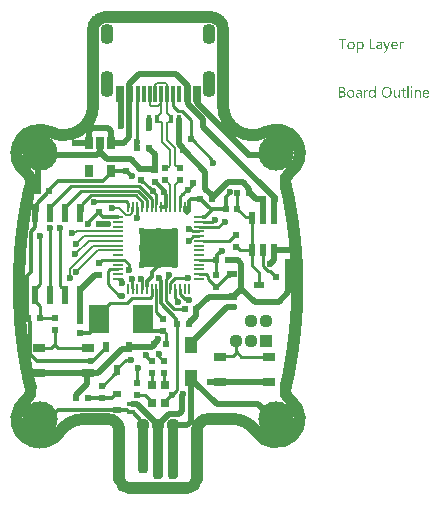
<source format=gtl>
G04*
G04 #@! TF.GenerationSoftware,Altium Limited,Altium Designer,21.9.2 (33)*
G04*
G04 Layer_Physical_Order=1*
G04 Layer_Color=255*
%FSAX25Y25*%
%MOIN*%
G70*
G04*
G04 #@! TF.SameCoordinates,9B662772-510A-46F8-AEF7-6368D3D20965*
G04*
G04*
G04 #@! TF.FilePolarity,Positive*
G04*
G01*
G75*
%ADD10C,0.01968*%
%ADD11C,0.01181*%
%ADD12C,0.00591*%
%ADD14C,0.00787*%
%ADD16C,0.03937*%
%ADD17R,0.03445X0.00787*%
%ADD18R,0.00787X0.03445*%
%ADD19R,0.01968X0.02165*%
%ADD21R,0.01181X0.05709*%
%ADD22R,0.02362X0.03543*%
%ADD23R,0.02362X0.06299*%
%ADD24R,0.02756X0.03937*%
%ADD25R,0.02165X0.01968*%
%ADD26R,0.01968X0.02165*%
%ADD27R,0.02165X0.01968*%
%ADD28R,0.03150X0.02362*%
%ADD29R,0.04134X0.02559*%
%ADD30R,0.04331X0.05315*%
%ADD31R,0.03543X0.02362*%
%ADD32R,0.02559X0.03150*%
%ADD34R,0.02362X0.03937*%
%ADD35R,0.06693X0.09449*%
G04:AMPARAMS|DCode=48|XSize=35.43mil|YSize=169.29mil|CornerRadius=13.82mil|HoleSize=0mil|Usage=FLASHONLY|Rotation=180.000|XOffset=0mil|YOffset=0mil|HoleType=Round|Shape=RoundedRectangle|*
%AMROUNDEDRECTD48*
21,1,0.03543,0.14165,0,0,180.0*
21,1,0.00780,0.16929,0,0,180.0*
1,1,0.02764,-0.00390,0.07083*
1,1,0.02764,0.00390,0.07083*
1,1,0.02764,0.00390,-0.07083*
1,1,0.02764,-0.00390,-0.07083*
%
%ADD48ROUNDEDRECTD48*%
G04:AMPARAMS|DCode=49|XSize=35.43mil|YSize=188.98mil|CornerRadius=13.82mil|HoleSize=0mil|Usage=FLASHONLY|Rotation=180.000|XOffset=0mil|YOffset=0mil|HoleType=Round|Shape=RoundedRectangle|*
%AMROUNDEDRECTD49*
21,1,0.03543,0.16134,0,0,180.0*
21,1,0.00780,0.18898,0,0,180.0*
1,1,0.02764,-0.00390,0.08067*
1,1,0.02764,0.00390,0.08067*
1,1,0.02764,0.00390,-0.08067*
1,1,0.02764,-0.00390,-0.08067*
%
%ADD49ROUNDEDRECTD49*%
%ADD63C,0.04370*%
%ADD66R,0.12598X0.12598*%
%ADD67R,0.01575X0.02756*%
%ADD68R,0.02756X0.01575*%
%ADD69C,0.00984*%
%ADD70C,0.01378*%
%ADD71C,0.02362*%
G04:AMPARAMS|DCode=72|XSize=43.31mil|YSize=66.93mil|CornerRadius=19.49mil|HoleSize=0mil|Usage=FLASHONLY|Rotation=180.000|XOffset=0mil|YOffset=0mil|HoleType=Round|Shape=RoundedRectangle|*
%AMROUNDEDRECTD72*
21,1,0.04331,0.02795,0,0,180.0*
21,1,0.00433,0.06693,0,0,180.0*
1,1,0.03898,-0.00217,0.01398*
1,1,0.03898,0.00217,0.01398*
1,1,0.03898,0.00217,-0.01398*
1,1,0.03898,-0.00217,-0.01398*
%
%ADD72ROUNDEDRECTD72*%
G04:AMPARAMS|DCode=73|XSize=43.31mil|YSize=86.61mil|CornerRadius=19.49mil|HoleSize=0mil|Usage=FLASHONLY|Rotation=180.000|XOffset=0mil|YOffset=0mil|HoleType=Round|Shape=RoundedRectangle|*
%AMROUNDEDRECTD73*
21,1,0.04331,0.04764,0,0,180.0*
21,1,0.00433,0.08661,0,0,180.0*
1,1,0.03898,-0.00217,0.02382*
1,1,0.03898,0.00217,0.02382*
1,1,0.03898,0.00217,-0.02382*
1,1,0.03898,-0.00217,-0.02382*
%
%ADD73ROUNDEDRECTD73*%
%ADD74C,0.11811*%
%ADD75R,0.04370X0.04370*%
G36*
X0067577Y0081501D02*
X0067620Y0081495D01*
X0067664Y0081489D01*
X0067775Y0081464D01*
X0067899Y0081427D01*
X0068023Y0081365D01*
X0068085Y0081327D01*
X0068146Y0081278D01*
X0068202Y0081229D01*
X0068258Y0081167D01*
X0068264Y0081160D01*
X0068270Y0081154D01*
X0068283Y0081129D01*
X0068301Y0081105D01*
X0068320Y0081074D01*
X0068344Y0081030D01*
X0068369Y0080981D01*
X0068394Y0080931D01*
X0068419Y0080870D01*
X0068444Y0080801D01*
X0068468Y0080727D01*
X0068487Y0080647D01*
X0068518Y0080467D01*
X0068530Y0080368D01*
Y0080263D01*
Y0080257D01*
Y0080238D01*
Y0080201D01*
X0068524Y0080158D01*
Y0080108D01*
X0068512Y0080046D01*
X0068505Y0079978D01*
X0068493Y0079904D01*
X0068456Y0079743D01*
X0068400Y0079576D01*
X0068363Y0079495D01*
X0068326Y0079415D01*
X0068276Y0079334D01*
X0068221Y0079260D01*
X0068214Y0079254D01*
X0068208Y0079242D01*
X0068190Y0079223D01*
X0068165Y0079204D01*
X0068134Y0079173D01*
X0068097Y0079142D01*
X0068054Y0079105D01*
X0068004Y0079074D01*
X0067948Y0079037D01*
X0067886Y0079000D01*
X0067738Y0078944D01*
X0067657Y0078920D01*
X0067577Y0078901D01*
X0067484Y0078889D01*
X0067385Y0078882D01*
X0067335D01*
X0067305Y0078889D01*
X0067261Y0078895D01*
X0067218Y0078907D01*
X0067106Y0078932D01*
X0066989Y0078982D01*
X0066921Y0079019D01*
X0066859Y0079056D01*
X0066797Y0079105D01*
X0066741Y0079161D01*
X0066679Y0079223D01*
X0066630Y0079297D01*
X0066618D01*
Y0077787D01*
X0066215D01*
Y0081451D01*
X0066618D01*
Y0081006D01*
X0066630D01*
X0066636Y0081012D01*
X0066642Y0081030D01*
X0066661Y0081055D01*
X0066686Y0081086D01*
X0066716Y0081123D01*
X0066754Y0081167D01*
X0066797Y0081210D01*
X0066853Y0081259D01*
X0066908Y0081303D01*
X0066970Y0081346D01*
X0067045Y0081389D01*
X0067119Y0081427D01*
X0067206Y0081464D01*
X0067298Y0081489D01*
X0067391Y0081501D01*
X0067497Y0081507D01*
X0067546D01*
X0067577Y0081501D01*
D02*
G37*
G36*
X0081690Y0081489D02*
X0081764Y0081482D01*
X0081808Y0081470D01*
X0081839Y0081458D01*
Y0081043D01*
X0081832Y0081049D01*
X0081820Y0081055D01*
X0081795Y0081068D01*
X0081764Y0081086D01*
X0081721Y0081099D01*
X0081665Y0081111D01*
X0081603Y0081117D01*
X0081535Y0081123D01*
X0081523D01*
X0081492Y0081117D01*
X0081442Y0081111D01*
X0081387Y0081092D01*
X0081313Y0081061D01*
X0081244Y0081018D01*
X0081170Y0080956D01*
X0081102Y0080876D01*
X0081096Y0080863D01*
X0081077Y0080832D01*
X0081046Y0080777D01*
X0081015Y0080702D01*
X0080984Y0080610D01*
X0080954Y0080492D01*
X0080935Y0080362D01*
X0080929Y0080213D01*
Y0078938D01*
X0080526D01*
Y0081451D01*
X0080929D01*
Y0080931D01*
X0080941D01*
Y0080937D01*
X0080947Y0080944D01*
X0080960Y0080975D01*
X0080978Y0081024D01*
X0081009Y0081086D01*
X0081040Y0081148D01*
X0081090Y0081216D01*
X0081139Y0081284D01*
X0081201Y0081346D01*
X0081207Y0081352D01*
X0081232Y0081371D01*
X0081269Y0081396D01*
X0081319Y0081420D01*
X0081374Y0081445D01*
X0081442Y0081470D01*
X0081517Y0081489D01*
X0081597Y0081495D01*
X0081653D01*
X0081690Y0081489D01*
D02*
G37*
G36*
X0076311Y0078536D02*
X0076305Y0078530D01*
X0076299Y0078505D01*
X0076280Y0078461D01*
X0076255Y0078412D01*
X0076224Y0078356D01*
X0076181Y0078288D01*
X0076138Y0078220D01*
X0076088Y0078146D01*
X0076026Y0078072D01*
X0075964Y0078004D01*
X0075890Y0077935D01*
X0075810Y0077880D01*
X0075729Y0077830D01*
X0075636Y0077787D01*
X0075543Y0077762D01*
X0075438Y0077756D01*
X0075383D01*
X0075345Y0077762D01*
X0075265Y0077775D01*
X0075178Y0077793D01*
Y0078152D01*
X0075184D01*
X0075203Y0078146D01*
X0075228Y0078140D01*
X0075259Y0078133D01*
X0075333Y0078115D01*
X0075414Y0078109D01*
X0075426D01*
X0075463Y0078115D01*
X0075519Y0078127D01*
X0075587Y0078152D01*
X0075661Y0078195D01*
X0075698Y0078226D01*
X0075735Y0078263D01*
X0075773Y0078301D01*
X0075810Y0078350D01*
X0075841Y0078406D01*
X0075871Y0078468D01*
X0076076Y0078938D01*
X0075092Y0081451D01*
X0075537D01*
X0076218Y0079514D01*
Y0079508D01*
X0076224Y0079495D01*
X0076231Y0079477D01*
X0076237Y0079452D01*
X0076243Y0079415D01*
X0076255Y0079378D01*
X0076268Y0079322D01*
X0076286D01*
Y0079334D01*
X0076299Y0079372D01*
X0076311Y0079427D01*
X0076336Y0079508D01*
X0077048Y0081451D01*
X0077462D01*
X0076311Y0078536D01*
D02*
G37*
G36*
X0073903Y0081501D02*
X0073959Y0081495D01*
X0074027Y0081476D01*
X0074101Y0081458D01*
X0074182Y0081427D01*
X0074268Y0081389D01*
X0074349Y0081340D01*
X0074429Y0081278D01*
X0074503Y0081204D01*
X0074572Y0081111D01*
X0074627Y0081006D01*
X0074671Y0080882D01*
X0074695Y0080739D01*
X0074708Y0080572D01*
Y0078938D01*
X0074305D01*
Y0079328D01*
X0074293D01*
Y0079322D01*
X0074281Y0079310D01*
X0074268Y0079285D01*
X0074244Y0079260D01*
X0074182Y0079186D01*
X0074101Y0079105D01*
X0073990Y0079025D01*
X0073860Y0078951D01*
X0073779Y0078926D01*
X0073699Y0078901D01*
X0073612Y0078889D01*
X0073519Y0078882D01*
X0073482D01*
X0073457Y0078889D01*
X0073389Y0078895D01*
X0073309Y0078907D01*
X0073210Y0078932D01*
X0073117Y0078963D01*
X0073018Y0079013D01*
X0072931Y0079074D01*
X0072925Y0079087D01*
X0072900Y0079111D01*
X0072863Y0079155D01*
X0072826Y0079217D01*
X0072789Y0079291D01*
X0072752Y0079378D01*
X0072727Y0079483D01*
X0072721Y0079601D01*
Y0079607D01*
Y0079632D01*
X0072727Y0079669D01*
X0072733Y0079712D01*
X0072746Y0079768D01*
X0072764Y0079830D01*
X0072789Y0079898D01*
X0072826Y0079966D01*
X0072869Y0080040D01*
X0072925Y0080114D01*
X0072993Y0080182D01*
X0073074Y0080244D01*
X0073167Y0080306D01*
X0073278Y0080356D01*
X0073402Y0080393D01*
X0073550Y0080424D01*
X0074305Y0080529D01*
Y0080535D01*
Y0080554D01*
X0074299Y0080591D01*
Y0080628D01*
X0074287Y0080678D01*
X0074281Y0080733D01*
X0074244Y0080851D01*
X0074213Y0080907D01*
X0074182Y0080962D01*
X0074138Y0081018D01*
X0074089Y0081068D01*
X0074027Y0081111D01*
X0073959Y0081142D01*
X0073878Y0081160D01*
X0073786Y0081167D01*
X0073742D01*
X0073711Y0081160D01*
X0073668D01*
X0073625Y0081148D01*
X0073513Y0081129D01*
X0073389Y0081092D01*
X0073253Y0081037D01*
X0073179Y0080999D01*
X0073111Y0080962D01*
X0073036Y0080913D01*
X0072968Y0080857D01*
Y0081272D01*
X0072975D01*
X0072987Y0081284D01*
X0073006Y0081297D01*
X0073036Y0081309D01*
X0073067Y0081327D01*
X0073111Y0081346D01*
X0073160Y0081365D01*
X0073216Y0081389D01*
X0073340Y0081433D01*
X0073488Y0081470D01*
X0073649Y0081495D01*
X0073823Y0081507D01*
X0073860D01*
X0073903Y0081501D01*
D02*
G37*
G36*
X0071012Y0079310D02*
X0072424D01*
Y0078938D01*
X0070598D01*
Y0082454D01*
X0071012D01*
Y0079310D01*
D02*
G37*
G36*
X0062774Y0082083D02*
X0061758D01*
Y0078938D01*
X0061350D01*
Y0082083D01*
X0060335D01*
Y0082454D01*
X0062774D01*
Y0082083D01*
D02*
G37*
G36*
X0078966Y0081501D02*
X0079010Y0081495D01*
X0079053Y0081489D01*
X0079165Y0081470D01*
X0079288Y0081427D01*
X0079412Y0081371D01*
X0079474Y0081334D01*
X0079536Y0081290D01*
X0079592Y0081241D01*
X0079647Y0081185D01*
X0079654Y0081179D01*
X0079660Y0081173D01*
X0079672Y0081154D01*
X0079691Y0081129D01*
X0079709Y0081092D01*
X0079734Y0081055D01*
X0079759Y0081012D01*
X0079784Y0080956D01*
X0079808Y0080894D01*
X0079833Y0080832D01*
X0079858Y0080758D01*
X0079877Y0080678D01*
X0079895Y0080591D01*
X0079907Y0080504D01*
X0079920Y0080405D01*
Y0080300D01*
Y0080089D01*
X0078143D01*
Y0080083D01*
Y0080071D01*
Y0080052D01*
X0078149Y0080021D01*
X0078156Y0079984D01*
Y0079947D01*
X0078174Y0079848D01*
X0078205Y0079749D01*
X0078242Y0079638D01*
X0078298Y0079532D01*
X0078366Y0079440D01*
X0078378Y0079427D01*
X0078403Y0079402D01*
X0078453Y0079372D01*
X0078521Y0079328D01*
X0078607Y0079285D01*
X0078707Y0079254D01*
X0078824Y0079229D01*
X0078960Y0079217D01*
X0079004D01*
X0079035Y0079223D01*
X0079072D01*
X0079115Y0079229D01*
X0079220Y0079254D01*
X0079338Y0079285D01*
X0079468Y0079334D01*
X0079604Y0079402D01*
X0079672Y0079446D01*
X0079740Y0079495D01*
Y0079118D01*
X0079734D01*
X0079728Y0079105D01*
X0079709Y0079099D01*
X0079678Y0079081D01*
X0079647Y0079062D01*
X0079610Y0079043D01*
X0079561Y0079025D01*
X0079511Y0079000D01*
X0079449Y0078975D01*
X0079381Y0078957D01*
X0079233Y0078920D01*
X0079059Y0078895D01*
X0078868Y0078882D01*
X0078818D01*
X0078781Y0078889D01*
X0078737Y0078895D01*
X0078682Y0078901D01*
X0078564Y0078926D01*
X0078428Y0078963D01*
X0078292Y0079025D01*
X0078224Y0079068D01*
X0078156Y0079111D01*
X0078094Y0079161D01*
X0078032Y0079223D01*
X0078026Y0079229D01*
X0078019Y0079242D01*
X0078007Y0079260D01*
X0077982Y0079285D01*
X0077964Y0079322D01*
X0077939Y0079365D01*
X0077908Y0079415D01*
X0077883Y0079470D01*
X0077852Y0079532D01*
X0077828Y0079607D01*
X0077797Y0079687D01*
X0077778Y0079774D01*
X0077759Y0079867D01*
X0077741Y0079966D01*
X0077735Y0080071D01*
X0077728Y0080182D01*
Y0080189D01*
Y0080207D01*
Y0080238D01*
X0077735Y0080281D01*
X0077741Y0080331D01*
X0077747Y0080387D01*
X0077753Y0080455D01*
X0077772Y0080523D01*
X0077809Y0080671D01*
X0077865Y0080832D01*
X0077902Y0080913D01*
X0077951Y0080987D01*
X0078001Y0081068D01*
X0078057Y0081136D01*
X0078063Y0081142D01*
X0078075Y0081154D01*
X0078094Y0081173D01*
X0078118Y0081191D01*
X0078149Y0081222D01*
X0078187Y0081253D01*
X0078236Y0081284D01*
X0078286Y0081321D01*
X0078403Y0081389D01*
X0078546Y0081451D01*
X0078626Y0081470D01*
X0078707Y0081489D01*
X0078793Y0081501D01*
X0078886Y0081507D01*
X0078936D01*
X0078966Y0081501D01*
D02*
G37*
G36*
X0064476D02*
X0064519Y0081495D01*
X0064575Y0081489D01*
X0064699Y0081464D01*
X0064841Y0081420D01*
X0064983Y0081358D01*
X0065058Y0081321D01*
X0065126Y0081278D01*
X0065194Y0081222D01*
X0065256Y0081160D01*
X0065262Y0081154D01*
X0065268Y0081142D01*
X0065287Y0081123D01*
X0065305Y0081099D01*
X0065330Y0081061D01*
X0065355Y0081018D01*
X0065386Y0080968D01*
X0065417Y0080913D01*
X0065441Y0080845D01*
X0065472Y0080777D01*
X0065497Y0080696D01*
X0065522Y0080610D01*
X0065540Y0080517D01*
X0065559Y0080418D01*
X0065565Y0080312D01*
X0065571Y0080201D01*
Y0080195D01*
Y0080176D01*
Y0080145D01*
X0065565Y0080102D01*
X0065559Y0080052D01*
X0065553Y0079991D01*
X0065540Y0079929D01*
X0065528Y0079854D01*
X0065491Y0079706D01*
X0065429Y0079545D01*
X0065392Y0079464D01*
X0065342Y0079384D01*
X0065293Y0079310D01*
X0065231Y0079242D01*
X0065225Y0079235D01*
X0065212Y0079229D01*
X0065194Y0079211D01*
X0065169Y0079186D01*
X0065132Y0079161D01*
X0065095Y0079130D01*
X0065045Y0079093D01*
X0064990Y0079062D01*
X0064928Y0079031D01*
X0064859Y0078994D01*
X0064785Y0078963D01*
X0064705Y0078938D01*
X0064618Y0078913D01*
X0064525Y0078901D01*
X0064426Y0078889D01*
X0064321Y0078882D01*
X0064265D01*
X0064228Y0078889D01*
X0064185Y0078895D01*
X0064129Y0078901D01*
X0064067Y0078913D01*
X0063999Y0078926D01*
X0063857Y0078969D01*
X0063708Y0079031D01*
X0063634Y0079068D01*
X0063566Y0079118D01*
X0063498Y0079167D01*
X0063430Y0079229D01*
X0063423Y0079235D01*
X0063417Y0079248D01*
X0063399Y0079266D01*
X0063380Y0079291D01*
X0063355Y0079328D01*
X0063324Y0079372D01*
X0063293Y0079421D01*
X0063269Y0079477D01*
X0063238Y0079545D01*
X0063207Y0079613D01*
X0063176Y0079687D01*
X0063151Y0079774D01*
X0063114Y0079959D01*
X0063108Y0080059D01*
X0063102Y0080164D01*
Y0080170D01*
Y0080195D01*
Y0080226D01*
X0063108Y0080269D01*
X0063114Y0080319D01*
X0063120Y0080380D01*
X0063133Y0080449D01*
X0063145Y0080523D01*
X0063182Y0080684D01*
X0063244Y0080845D01*
X0063287Y0080925D01*
X0063331Y0081006D01*
X0063380Y0081080D01*
X0063442Y0081148D01*
X0063448Y0081154D01*
X0063461Y0081167D01*
X0063479Y0081179D01*
X0063504Y0081204D01*
X0063541Y0081229D01*
X0063584Y0081259D01*
X0063634Y0081297D01*
X0063690Y0081327D01*
X0063752Y0081358D01*
X0063826Y0081396D01*
X0063900Y0081427D01*
X0063987Y0081451D01*
X0064073Y0081476D01*
X0064172Y0081495D01*
X0064278Y0081501D01*
X0064383Y0081507D01*
X0064439D01*
X0064476Y0081501D01*
D02*
G37*
G36*
X0084544Y0066515D02*
X0084569D01*
X0084624Y0066491D01*
X0084655Y0066472D01*
X0084686Y0066447D01*
X0084692Y0066441D01*
X0084698Y0066435D01*
X0084729Y0066398D01*
X0084754Y0066336D01*
X0084760Y0066299D01*
X0084767Y0066262D01*
Y0066255D01*
Y0066243D01*
X0084760Y0066224D01*
X0084754Y0066200D01*
X0084736Y0066138D01*
X0084711Y0066107D01*
X0084686Y0066076D01*
X0084680D01*
X0084674Y0066064D01*
X0084637Y0066039D01*
X0084581Y0066014D01*
X0084544Y0066008D01*
X0084507Y0066002D01*
X0084488D01*
X0084469Y0066008D01*
X0084445D01*
X0084383Y0066033D01*
X0084352Y0066045D01*
X0084321Y0066070D01*
Y0066076D01*
X0084308Y0066082D01*
X0084296Y0066101D01*
X0084284Y0066119D01*
X0084259Y0066181D01*
X0084253Y0066218D01*
X0084247Y0066262D01*
Y0066268D01*
Y0066280D01*
X0084253Y0066299D01*
X0084259Y0066330D01*
X0084277Y0066386D01*
X0084296Y0066416D01*
X0084321Y0066447D01*
X0084327Y0066453D01*
X0084333Y0066460D01*
X0084370Y0066484D01*
X0084432Y0066509D01*
X0084469Y0066522D01*
X0084525D01*
X0084544Y0066515D01*
D02*
G37*
G36*
X0072554Y0062851D02*
X0072151D01*
Y0063272D01*
X0072139D01*
Y0063266D01*
X0072127Y0063253D01*
X0072108Y0063229D01*
X0072089Y0063198D01*
X0072058Y0063161D01*
X0072021Y0063123D01*
X0071978Y0063080D01*
X0071929Y0063037D01*
X0071873Y0062987D01*
X0071805Y0062944D01*
X0071737Y0062907D01*
X0071656Y0062870D01*
X0071576Y0062839D01*
X0071483Y0062814D01*
X0071384Y0062801D01*
X0071279Y0062795D01*
X0071235D01*
X0071198Y0062801D01*
X0071161Y0062808D01*
X0071111Y0062814D01*
X0071006Y0062839D01*
X0070882Y0062876D01*
X0070759Y0062938D01*
X0070691Y0062975D01*
X0070635Y0063018D01*
X0070573Y0063074D01*
X0070517Y0063130D01*
Y0063136D01*
X0070505Y0063148D01*
X0070492Y0063167D01*
X0070474Y0063191D01*
X0070455Y0063222D01*
X0070430Y0063266D01*
X0070406Y0063315D01*
X0070381Y0063371D01*
X0070350Y0063433D01*
X0070325Y0063501D01*
X0070301Y0063575D01*
X0070282Y0063656D01*
X0070263Y0063742D01*
X0070251Y0063841D01*
X0070245Y0063940D01*
X0070239Y0064046D01*
Y0064052D01*
Y0064070D01*
Y0064108D01*
X0070245Y0064151D01*
X0070251Y0064200D01*
X0070257Y0064262D01*
X0070263Y0064330D01*
X0070276Y0064405D01*
X0070313Y0064566D01*
X0070369Y0064733D01*
X0070406Y0064813D01*
X0070449Y0064894D01*
X0070492Y0064968D01*
X0070548Y0065042D01*
X0070554Y0065048D01*
X0070560Y0065061D01*
X0070579Y0065079D01*
X0070604Y0065104D01*
X0070635Y0065129D01*
X0070678Y0065160D01*
X0070722Y0065197D01*
X0070771Y0065234D01*
X0070895Y0065302D01*
X0071037Y0065364D01*
X0071118Y0065383D01*
X0071204Y0065401D01*
X0071291Y0065414D01*
X0071390Y0065420D01*
X0071439D01*
X0071477Y0065414D01*
X0071514Y0065407D01*
X0071563Y0065401D01*
X0071675Y0065370D01*
X0071798Y0065321D01*
X0071860Y0065290D01*
X0071922Y0065246D01*
X0071984Y0065203D01*
X0072040Y0065148D01*
X0072089Y0065086D01*
X0072139Y0065011D01*
X0072151D01*
Y0066571D01*
X0072554D01*
Y0062851D01*
D02*
G37*
G36*
X0086822Y0065414D02*
X0086896Y0065407D01*
X0086989Y0065389D01*
X0087088Y0065358D01*
X0087193Y0065308D01*
X0087298Y0065240D01*
X0087342Y0065203D01*
X0087385Y0065154D01*
X0087397Y0065141D01*
X0087422Y0065104D01*
X0087453Y0065042D01*
X0087496Y0064956D01*
X0087533Y0064850D01*
X0087571Y0064720D01*
X0087595Y0064566D01*
X0087602Y0064386D01*
Y0062851D01*
X0087199D01*
Y0064281D01*
Y0064287D01*
Y0064318D01*
X0087193Y0064355D01*
Y0064405D01*
X0087181Y0064467D01*
X0087168Y0064535D01*
X0087150Y0064609D01*
X0087125Y0064683D01*
X0087094Y0064758D01*
X0087057Y0064826D01*
X0087007Y0064894D01*
X0086952Y0064956D01*
X0086890Y0065005D01*
X0086809Y0065042D01*
X0086723Y0065073D01*
X0086617Y0065079D01*
X0086605D01*
X0086568Y0065073D01*
X0086512Y0065067D01*
X0086444Y0065048D01*
X0086364Y0065024D01*
X0086277Y0064980D01*
X0086197Y0064925D01*
X0086116Y0064850D01*
X0086110Y0064838D01*
X0086085Y0064813D01*
X0086054Y0064764D01*
X0086017Y0064696D01*
X0085980Y0064615D01*
X0085949Y0064516D01*
X0085924Y0064405D01*
X0085918Y0064281D01*
Y0062851D01*
X0085515D01*
Y0065364D01*
X0085918D01*
Y0064943D01*
X0085930D01*
X0085936Y0064949D01*
X0085943Y0064962D01*
X0085961Y0064986D01*
X0085986Y0065017D01*
X0086011Y0065055D01*
X0086048Y0065092D01*
X0086091Y0065135D01*
X0086141Y0065185D01*
X0086197Y0065228D01*
X0086258Y0065271D01*
X0086326Y0065308D01*
X0086401Y0065346D01*
X0086475Y0065377D01*
X0086562Y0065401D01*
X0086655Y0065414D01*
X0086753Y0065420D01*
X0086791D01*
X0086822Y0065414D01*
D02*
G37*
G36*
X0069824Y0065401D02*
X0069898Y0065395D01*
X0069942Y0065383D01*
X0069972Y0065370D01*
Y0064956D01*
X0069966Y0064962D01*
X0069954Y0064968D01*
X0069929Y0064980D01*
X0069898Y0064999D01*
X0069855Y0065011D01*
X0069799Y0065024D01*
X0069737Y0065030D01*
X0069669Y0065036D01*
X0069657D01*
X0069626Y0065030D01*
X0069576Y0065024D01*
X0069521Y0065005D01*
X0069446Y0064974D01*
X0069378Y0064931D01*
X0069304Y0064869D01*
X0069236Y0064788D01*
X0069230Y0064776D01*
X0069211Y0064745D01*
X0069180Y0064689D01*
X0069149Y0064615D01*
X0069118Y0064522D01*
X0069087Y0064405D01*
X0069069Y0064275D01*
X0069063Y0064126D01*
Y0062851D01*
X0068660D01*
Y0065364D01*
X0069063D01*
Y0064844D01*
X0069075D01*
Y0064850D01*
X0069081Y0064856D01*
X0069094Y0064887D01*
X0069112Y0064937D01*
X0069143Y0064999D01*
X0069174Y0065061D01*
X0069223Y0065129D01*
X0069273Y0065197D01*
X0069335Y0065259D01*
X0069341Y0065265D01*
X0069366Y0065284D01*
X0069403Y0065308D01*
X0069453Y0065333D01*
X0069508Y0065358D01*
X0069576Y0065383D01*
X0069651Y0065401D01*
X0069731Y0065407D01*
X0069787D01*
X0069824Y0065401D01*
D02*
G37*
G36*
X0080563Y0062851D02*
X0080161D01*
Y0063247D01*
X0080149D01*
Y0063241D01*
X0080136Y0063229D01*
X0080124Y0063204D01*
X0080099Y0063179D01*
X0080044Y0063105D01*
X0079957Y0063024D01*
X0079907Y0062981D01*
X0079852Y0062938D01*
X0079790Y0062901D01*
X0079716Y0062863D01*
X0079641Y0062839D01*
X0079561Y0062814D01*
X0079468Y0062801D01*
X0079375Y0062795D01*
X0079338D01*
X0079295Y0062801D01*
X0079233Y0062814D01*
X0079165Y0062826D01*
X0079090Y0062851D01*
X0079010Y0062882D01*
X0078929Y0062931D01*
X0078843Y0062987D01*
X0078762Y0063055D01*
X0078688Y0063142D01*
X0078620Y0063247D01*
X0078558Y0063365D01*
X0078515Y0063507D01*
X0078490Y0063674D01*
X0078478Y0063761D01*
Y0063860D01*
Y0065364D01*
X0078874D01*
Y0063922D01*
Y0063916D01*
Y0063891D01*
X0078880Y0063848D01*
X0078886Y0063798D01*
X0078892Y0063736D01*
X0078905Y0063674D01*
X0078923Y0063600D01*
X0078948Y0063526D01*
X0078985Y0063451D01*
X0079022Y0063383D01*
X0079072Y0063315D01*
X0079134Y0063253D01*
X0079202Y0063204D01*
X0079282Y0063167D01*
X0079381Y0063136D01*
X0079487Y0063130D01*
X0079499D01*
X0079536Y0063136D01*
X0079592Y0063142D01*
X0079654Y0063154D01*
X0079734Y0063185D01*
X0079815Y0063222D01*
X0079895Y0063272D01*
X0079969Y0063346D01*
X0079975Y0063359D01*
X0080000Y0063383D01*
X0080031Y0063433D01*
X0080068Y0063501D01*
X0080099Y0063581D01*
X0080130Y0063680D01*
X0080155Y0063792D01*
X0080161Y0063916D01*
Y0065364D01*
X0080563D01*
Y0062851D01*
D02*
G37*
G36*
X0084698D02*
X0084296D01*
Y0065364D01*
X0084698D01*
Y0062851D01*
D02*
G37*
G36*
X0083479D02*
X0083077D01*
Y0066571D01*
X0083479D01*
Y0062851D01*
D02*
G37*
G36*
X0067100Y0065414D02*
X0067156Y0065407D01*
X0067224Y0065389D01*
X0067298Y0065370D01*
X0067379Y0065339D01*
X0067466Y0065302D01*
X0067546Y0065253D01*
X0067626Y0065191D01*
X0067701Y0065117D01*
X0067769Y0065024D01*
X0067825Y0064918D01*
X0067868Y0064795D01*
X0067893Y0064652D01*
X0067905Y0064485D01*
Y0062851D01*
X0067503D01*
Y0063241D01*
X0067490D01*
Y0063235D01*
X0067478Y0063222D01*
X0067466Y0063198D01*
X0067441Y0063173D01*
X0067379Y0063099D01*
X0067298Y0063018D01*
X0067187Y0062938D01*
X0067057Y0062863D01*
X0066976Y0062839D01*
X0066896Y0062814D01*
X0066809Y0062801D01*
X0066716Y0062795D01*
X0066679D01*
X0066655Y0062801D01*
X0066587Y0062808D01*
X0066506Y0062820D01*
X0066407Y0062845D01*
X0066314Y0062876D01*
X0066215Y0062925D01*
X0066128Y0062987D01*
X0066122Y0062999D01*
X0066097Y0063024D01*
X0066060Y0063068D01*
X0066023Y0063130D01*
X0065986Y0063204D01*
X0065949Y0063291D01*
X0065924Y0063396D01*
X0065918Y0063513D01*
Y0063520D01*
Y0063544D01*
X0065924Y0063581D01*
X0065930Y0063625D01*
X0065943Y0063680D01*
X0065961Y0063742D01*
X0065986Y0063810D01*
X0066023Y0063879D01*
X0066067Y0063953D01*
X0066122Y0064027D01*
X0066190Y0064095D01*
X0066271Y0064157D01*
X0066364Y0064219D01*
X0066475Y0064268D01*
X0066599Y0064306D01*
X0066747Y0064337D01*
X0067503Y0064442D01*
Y0064448D01*
Y0064467D01*
X0067497Y0064504D01*
Y0064541D01*
X0067484Y0064590D01*
X0067478Y0064646D01*
X0067441Y0064764D01*
X0067410Y0064819D01*
X0067379Y0064875D01*
X0067335Y0064931D01*
X0067286Y0064980D01*
X0067224Y0065024D01*
X0067156Y0065055D01*
X0067076Y0065073D01*
X0066983Y0065079D01*
X0066939D01*
X0066908Y0065073D01*
X0066865D01*
X0066822Y0065061D01*
X0066710Y0065042D01*
X0066587Y0065005D01*
X0066450Y0064949D01*
X0066376Y0064912D01*
X0066308Y0064875D01*
X0066234Y0064826D01*
X0066166Y0064770D01*
Y0065185D01*
X0066172D01*
X0066184Y0065197D01*
X0066203Y0065209D01*
X0066234Y0065222D01*
X0066265Y0065240D01*
X0066308Y0065259D01*
X0066357Y0065277D01*
X0066413Y0065302D01*
X0066537Y0065346D01*
X0066686Y0065383D01*
X0066847Y0065407D01*
X0067020Y0065420D01*
X0067057D01*
X0067100Y0065414D01*
D02*
G37*
G36*
X0061412Y0066361D02*
X0061455D01*
X0061498Y0066355D01*
X0061597Y0066342D01*
X0061715Y0066311D01*
X0061839Y0066274D01*
X0061956Y0066218D01*
X0062062Y0066144D01*
X0062068D01*
X0062074Y0066132D01*
X0062105Y0066107D01*
X0062148Y0066057D01*
X0062198Y0065989D01*
X0062241Y0065903D01*
X0062284Y0065804D01*
X0062315Y0065692D01*
X0062328Y0065630D01*
Y0065562D01*
Y0065556D01*
Y0065550D01*
Y0065513D01*
X0062322Y0065457D01*
X0062309Y0065389D01*
X0062291Y0065302D01*
X0062260Y0065215D01*
X0062223Y0065129D01*
X0062167Y0065042D01*
X0062161Y0065030D01*
X0062136Y0065005D01*
X0062099Y0064968D01*
X0062049Y0064918D01*
X0061987Y0064869D01*
X0061913Y0064813D01*
X0061820Y0064770D01*
X0061721Y0064727D01*
Y0064720D01*
X0061740D01*
X0061758Y0064714D01*
X0061777Y0064708D01*
X0061845Y0064696D01*
X0061926Y0064671D01*
X0062012Y0064634D01*
X0062105Y0064590D01*
X0062198Y0064529D01*
X0062284Y0064448D01*
X0062297Y0064436D01*
X0062322Y0064405D01*
X0062353Y0064361D01*
X0062396Y0064293D01*
X0062433Y0064207D01*
X0062470Y0064108D01*
X0062495Y0063990D01*
X0062501Y0063860D01*
Y0063854D01*
Y0063841D01*
Y0063817D01*
X0062495Y0063786D01*
X0062489Y0063749D01*
X0062483Y0063705D01*
X0062458Y0063600D01*
X0062421Y0063482D01*
X0062365Y0063359D01*
X0062328Y0063303D01*
X0062284Y0063241D01*
X0062229Y0063185D01*
X0062173Y0063130D01*
X0062167D01*
X0062161Y0063117D01*
X0062142Y0063105D01*
X0062117Y0063086D01*
X0062086Y0063068D01*
X0062043Y0063043D01*
X0061950Y0062993D01*
X0061833Y0062938D01*
X0061696Y0062894D01*
X0061536Y0062863D01*
X0061455Y0062857D01*
X0061362Y0062851D01*
X0060335D01*
Y0066367D01*
X0061381D01*
X0061412Y0066361D01*
D02*
G37*
G36*
X0081907Y0065364D02*
X0082544D01*
Y0065017D01*
X0081907D01*
Y0063600D01*
Y0063588D01*
Y0063557D01*
X0081913Y0063513D01*
X0081919Y0063458D01*
X0081944Y0063340D01*
X0081963Y0063284D01*
X0081993Y0063241D01*
X0082000Y0063235D01*
X0082012Y0063222D01*
X0082031Y0063210D01*
X0082061Y0063191D01*
X0082099Y0063167D01*
X0082148Y0063154D01*
X0082210Y0063142D01*
X0082278Y0063136D01*
X0082303D01*
X0082334Y0063142D01*
X0082371Y0063148D01*
X0082458Y0063173D01*
X0082501Y0063191D01*
X0082544Y0063216D01*
Y0062870D01*
X0082538D01*
X0082520Y0062857D01*
X0082489Y0062851D01*
X0082445Y0062839D01*
X0082390Y0062826D01*
X0082328Y0062814D01*
X0082253Y0062808D01*
X0082167Y0062801D01*
X0082136D01*
X0082105Y0062808D01*
X0082061Y0062814D01*
X0082012Y0062826D01*
X0081956Y0062839D01*
X0081901Y0062863D01*
X0081839Y0062894D01*
X0081777Y0062931D01*
X0081715Y0062981D01*
X0081659Y0063037D01*
X0081610Y0063111D01*
X0081566Y0063191D01*
X0081535Y0063291D01*
X0081511Y0063402D01*
X0081504Y0063532D01*
Y0065017D01*
X0081077D01*
Y0065364D01*
X0081504D01*
Y0065977D01*
X0081907Y0066107D01*
Y0065364D01*
D02*
G37*
G36*
X0089434Y0065414D02*
X0089477Y0065407D01*
X0089521Y0065401D01*
X0089632Y0065383D01*
X0089756Y0065339D01*
X0089880Y0065284D01*
X0089941Y0065246D01*
X0090003Y0065203D01*
X0090059Y0065154D01*
X0090115Y0065098D01*
X0090121Y0065092D01*
X0090127Y0065086D01*
X0090140Y0065067D01*
X0090158Y0065042D01*
X0090177Y0065005D01*
X0090201Y0064968D01*
X0090226Y0064925D01*
X0090251Y0064869D01*
X0090276Y0064807D01*
X0090300Y0064745D01*
X0090325Y0064671D01*
X0090344Y0064590D01*
X0090362Y0064504D01*
X0090375Y0064417D01*
X0090387Y0064318D01*
Y0064213D01*
Y0064002D01*
X0088611D01*
Y0063996D01*
Y0063984D01*
Y0063965D01*
X0088617Y0063934D01*
X0088623Y0063897D01*
Y0063860D01*
X0088642Y0063761D01*
X0088673Y0063662D01*
X0088710Y0063550D01*
X0088765Y0063445D01*
X0088833Y0063352D01*
X0088846Y0063340D01*
X0088871Y0063315D01*
X0088920Y0063284D01*
X0088988Y0063241D01*
X0089075Y0063198D01*
X0089174Y0063167D01*
X0089291Y0063142D01*
X0089428Y0063130D01*
X0089471D01*
X0089502Y0063136D01*
X0089539D01*
X0089582Y0063142D01*
X0089688Y0063167D01*
X0089805Y0063198D01*
X0089935Y0063247D01*
X0090071Y0063315D01*
X0090140Y0063359D01*
X0090208Y0063408D01*
Y0063030D01*
X0090201D01*
X0090195Y0063018D01*
X0090177Y0063012D01*
X0090146Y0062993D01*
X0090115Y0062975D01*
X0090078Y0062956D01*
X0090028Y0062938D01*
X0089978Y0062913D01*
X0089917Y0062888D01*
X0089849Y0062870D01*
X0089700Y0062832D01*
X0089527Y0062808D01*
X0089335Y0062795D01*
X0089285D01*
X0089248Y0062801D01*
X0089205Y0062808D01*
X0089149Y0062814D01*
X0089031Y0062839D01*
X0088895Y0062876D01*
X0088759Y0062938D01*
X0088691Y0062981D01*
X0088623Y0063024D01*
X0088561Y0063074D01*
X0088499Y0063136D01*
X0088493Y0063142D01*
X0088487Y0063154D01*
X0088474Y0063173D01*
X0088450Y0063198D01*
X0088431Y0063235D01*
X0088406Y0063278D01*
X0088375Y0063328D01*
X0088351Y0063383D01*
X0088320Y0063445D01*
X0088295Y0063520D01*
X0088264Y0063600D01*
X0088245Y0063687D01*
X0088227Y0063779D01*
X0088208Y0063879D01*
X0088202Y0063984D01*
X0088196Y0064095D01*
Y0064101D01*
Y0064120D01*
Y0064151D01*
X0088202Y0064194D01*
X0088208Y0064244D01*
X0088214Y0064299D01*
X0088221Y0064368D01*
X0088239Y0064436D01*
X0088276Y0064584D01*
X0088332Y0064745D01*
X0088369Y0064826D01*
X0088419Y0064900D01*
X0088468Y0064980D01*
X0088524Y0065048D01*
X0088530Y0065055D01*
X0088542Y0065067D01*
X0088561Y0065086D01*
X0088586Y0065104D01*
X0088617Y0065135D01*
X0088654Y0065166D01*
X0088703Y0065197D01*
X0088753Y0065234D01*
X0088871Y0065302D01*
X0089013Y0065364D01*
X0089093Y0065383D01*
X0089174Y0065401D01*
X0089261Y0065414D01*
X0089353Y0065420D01*
X0089403D01*
X0089434Y0065414D01*
D02*
G37*
G36*
X0076392Y0066423D02*
X0076453Y0066416D01*
X0076528Y0066404D01*
X0076608Y0066386D01*
X0076695Y0066367D01*
X0076781Y0066342D01*
X0076881Y0066311D01*
X0076973Y0066268D01*
X0077072Y0066218D01*
X0077171Y0066163D01*
X0077264Y0066094D01*
X0077357Y0066020D01*
X0077444Y0065934D01*
X0077450Y0065927D01*
X0077462Y0065909D01*
X0077487Y0065884D01*
X0077512Y0065847D01*
X0077549Y0065797D01*
X0077586Y0065736D01*
X0077623Y0065667D01*
X0077667Y0065593D01*
X0077710Y0065500D01*
X0077747Y0065407D01*
X0077784Y0065302D01*
X0077821Y0065185D01*
X0077846Y0065067D01*
X0077871Y0064937D01*
X0077883Y0064795D01*
X0077890Y0064652D01*
Y0064640D01*
Y0064615D01*
Y0064572D01*
X0077883Y0064510D01*
X0077877Y0064436D01*
X0077865Y0064355D01*
X0077852Y0064262D01*
X0077834Y0064157D01*
X0077809Y0064052D01*
X0077778Y0063940D01*
X0077741Y0063829D01*
X0077698Y0063718D01*
X0077642Y0063600D01*
X0077580Y0063495D01*
X0077512Y0063389D01*
X0077431Y0063291D01*
X0077425Y0063284D01*
X0077413Y0063272D01*
X0077382Y0063247D01*
X0077351Y0063216D01*
X0077301Y0063173D01*
X0077246Y0063136D01*
X0077184Y0063086D01*
X0077109Y0063043D01*
X0077029Y0062999D01*
X0076936Y0062950D01*
X0076837Y0062913D01*
X0076726Y0062876D01*
X0076608Y0062839D01*
X0076484Y0062814D01*
X0076354Y0062801D01*
X0076212Y0062795D01*
X0076181D01*
X0076138Y0062801D01*
X0076088D01*
X0076026Y0062808D01*
X0075952Y0062820D01*
X0075871Y0062839D01*
X0075779Y0062857D01*
X0075686Y0062882D01*
X0075587Y0062913D01*
X0075488Y0062956D01*
X0075389Y0062999D01*
X0075290Y0063055D01*
X0075191Y0063123D01*
X0075098Y0063198D01*
X0075011Y0063284D01*
X0075005Y0063291D01*
X0074993Y0063309D01*
X0074968Y0063334D01*
X0074943Y0063371D01*
X0074906Y0063420D01*
X0074869Y0063482D01*
X0074832Y0063550D01*
X0074788Y0063631D01*
X0074745Y0063718D01*
X0074708Y0063810D01*
X0074671Y0063916D01*
X0074634Y0064033D01*
X0074609Y0064151D01*
X0074584Y0064281D01*
X0074572Y0064423D01*
X0074565Y0064566D01*
Y0064578D01*
Y0064603D01*
X0074572Y0064646D01*
Y0064708D01*
X0074578Y0064776D01*
X0074590Y0064863D01*
X0074603Y0064956D01*
X0074621Y0065055D01*
X0074646Y0065160D01*
X0074677Y0065271D01*
X0074714Y0065383D01*
X0074757Y0065494D01*
X0074813Y0065605D01*
X0074875Y0065717D01*
X0074943Y0065822D01*
X0075024Y0065921D01*
X0075030Y0065927D01*
X0075042Y0065946D01*
X0075073Y0065971D01*
X0075110Y0066002D01*
X0075153Y0066039D01*
X0075209Y0066082D01*
X0075277Y0066126D01*
X0075352Y0066175D01*
X0075438Y0066224D01*
X0075531Y0066268D01*
X0075630Y0066311D01*
X0075741Y0066348D01*
X0075865Y0066379D01*
X0075995Y0066410D01*
X0076131Y0066423D01*
X0076274Y0066429D01*
X0076342D01*
X0076392Y0066423D01*
D02*
G37*
G36*
X0064364Y0065414D02*
X0064408Y0065407D01*
X0064463Y0065401D01*
X0064587Y0065377D01*
X0064729Y0065333D01*
X0064872Y0065271D01*
X0064946Y0065234D01*
X0065014Y0065191D01*
X0065082Y0065135D01*
X0065144Y0065073D01*
X0065150Y0065067D01*
X0065157Y0065055D01*
X0065175Y0065036D01*
X0065194Y0065011D01*
X0065219Y0064974D01*
X0065243Y0064931D01*
X0065274Y0064881D01*
X0065305Y0064826D01*
X0065330Y0064758D01*
X0065361Y0064689D01*
X0065386Y0064609D01*
X0065410Y0064522D01*
X0065429Y0064429D01*
X0065448Y0064330D01*
X0065454Y0064225D01*
X0065460Y0064114D01*
Y0064108D01*
Y0064089D01*
Y0064058D01*
X0065454Y0064015D01*
X0065448Y0063965D01*
X0065441Y0063903D01*
X0065429Y0063841D01*
X0065417Y0063767D01*
X0065380Y0063618D01*
X0065318Y0063458D01*
X0065280Y0063377D01*
X0065231Y0063297D01*
X0065181Y0063222D01*
X0065119Y0063154D01*
X0065113Y0063148D01*
X0065101Y0063142D01*
X0065082Y0063123D01*
X0065058Y0063099D01*
X0065021Y0063074D01*
X0064983Y0063043D01*
X0064934Y0063006D01*
X0064878Y0062975D01*
X0064816Y0062944D01*
X0064748Y0062907D01*
X0064674Y0062876D01*
X0064593Y0062851D01*
X0064507Y0062826D01*
X0064414Y0062814D01*
X0064315Y0062801D01*
X0064210Y0062795D01*
X0064154D01*
X0064117Y0062801D01*
X0064073Y0062808D01*
X0064018Y0062814D01*
X0063956Y0062826D01*
X0063888Y0062839D01*
X0063745Y0062882D01*
X0063597Y0062944D01*
X0063522Y0062981D01*
X0063454Y0063030D01*
X0063386Y0063080D01*
X0063318Y0063142D01*
X0063312Y0063148D01*
X0063306Y0063161D01*
X0063287Y0063179D01*
X0063269Y0063204D01*
X0063244Y0063241D01*
X0063213Y0063284D01*
X0063182Y0063334D01*
X0063157Y0063389D01*
X0063126Y0063458D01*
X0063095Y0063526D01*
X0063064Y0063600D01*
X0063040Y0063687D01*
X0063003Y0063872D01*
X0062996Y0063971D01*
X0062990Y0064077D01*
Y0064083D01*
Y0064108D01*
Y0064139D01*
X0062996Y0064182D01*
X0063003Y0064231D01*
X0063009Y0064293D01*
X0063021Y0064361D01*
X0063033Y0064436D01*
X0063071Y0064597D01*
X0063133Y0064758D01*
X0063176Y0064838D01*
X0063219Y0064918D01*
X0063269Y0064993D01*
X0063331Y0065061D01*
X0063337Y0065067D01*
X0063349Y0065079D01*
X0063368Y0065092D01*
X0063393Y0065117D01*
X0063430Y0065141D01*
X0063473Y0065172D01*
X0063522Y0065209D01*
X0063578Y0065240D01*
X0063640Y0065271D01*
X0063714Y0065308D01*
X0063789Y0065339D01*
X0063875Y0065364D01*
X0063962Y0065389D01*
X0064061Y0065407D01*
X0064166Y0065414D01*
X0064271Y0065420D01*
X0064327D01*
X0064364Y0065414D01*
D02*
G37*
%LPC*%
G36*
X0067397Y0081167D02*
X0067366D01*
X0067342Y0081160D01*
X0067274Y0081154D01*
X0067193Y0081136D01*
X0067106Y0081105D01*
X0067007Y0081061D01*
X0066915Y0080999D01*
X0066828Y0080919D01*
X0066822Y0080907D01*
X0066797Y0080876D01*
X0066760Y0080826D01*
X0066723Y0080752D01*
X0066686Y0080665D01*
X0066648Y0080560D01*
X0066624Y0080442D01*
X0066618Y0080312D01*
Y0079959D01*
Y0079953D01*
Y0079947D01*
X0066624Y0079910D01*
X0066630Y0079848D01*
X0066642Y0079780D01*
X0066667Y0079693D01*
X0066704Y0079607D01*
X0066754Y0079520D01*
X0066822Y0079433D01*
X0066834Y0079427D01*
X0066859Y0079402D01*
X0066902Y0079365D01*
X0066964Y0079328D01*
X0067038Y0079285D01*
X0067125Y0079254D01*
X0067224Y0079229D01*
X0067335Y0079217D01*
X0067373D01*
X0067397Y0079223D01*
X0067459Y0079229D01*
X0067546Y0079254D01*
X0067633Y0079285D01*
X0067732Y0079334D01*
X0067825Y0079402D01*
X0067868Y0079446D01*
X0067905Y0079495D01*
Y0079501D01*
X0067911Y0079508D01*
X0067924Y0079526D01*
X0067936Y0079545D01*
X0067954Y0079576D01*
X0067973Y0079613D01*
X0068010Y0079699D01*
X0068047Y0079811D01*
X0068085Y0079941D01*
X0068109Y0080096D01*
X0068116Y0080275D01*
Y0080281D01*
Y0080294D01*
Y0080312D01*
Y0080343D01*
X0068109Y0080380D01*
X0068103Y0080418D01*
X0068091Y0080510D01*
X0068066Y0080616D01*
X0068035Y0080727D01*
X0067985Y0080832D01*
X0067924Y0080925D01*
X0067917Y0080937D01*
X0067886Y0080962D01*
X0067843Y0080999D01*
X0067787Y0081049D01*
X0067713Y0081092D01*
X0067620Y0081129D01*
X0067515Y0081154D01*
X0067397Y0081167D01*
D02*
G37*
G36*
X0074305Y0080207D02*
X0073699Y0080120D01*
X0073686D01*
X0073655Y0080114D01*
X0073606Y0080102D01*
X0073544Y0080089D01*
X0073476Y0080071D01*
X0073402Y0080046D01*
X0073340Y0080021D01*
X0073278Y0079984D01*
X0073272Y0079978D01*
X0073253Y0079966D01*
X0073235Y0079941D01*
X0073210Y0079904D01*
X0073179Y0079854D01*
X0073160Y0079792D01*
X0073142Y0079718D01*
X0073136Y0079632D01*
Y0079625D01*
Y0079601D01*
X0073142Y0079570D01*
X0073154Y0079526D01*
X0073167Y0079477D01*
X0073191Y0079427D01*
X0073222Y0079378D01*
X0073265Y0079328D01*
X0073272Y0079322D01*
X0073290Y0079310D01*
X0073321Y0079291D01*
X0073358Y0079272D01*
X0073408Y0079254D01*
X0073470Y0079235D01*
X0073538Y0079223D01*
X0073618Y0079217D01*
X0073631D01*
X0073668Y0079223D01*
X0073724Y0079229D01*
X0073792Y0079242D01*
X0073866Y0079266D01*
X0073953Y0079303D01*
X0074033Y0079359D01*
X0074107Y0079427D01*
X0074114Y0079440D01*
X0074138Y0079464D01*
X0074169Y0079508D01*
X0074206Y0079570D01*
X0074244Y0079650D01*
X0074274Y0079737D01*
X0074299Y0079842D01*
X0074305Y0079953D01*
Y0080207D01*
D02*
G37*
G36*
X0078880Y0081167D02*
X0078830D01*
X0078781Y0081154D01*
X0078713Y0081142D01*
X0078638Y0081117D01*
X0078552Y0081080D01*
X0078471Y0081030D01*
X0078391Y0080962D01*
X0078385Y0080956D01*
X0078360Y0080925D01*
X0078329Y0080882D01*
X0078286Y0080820D01*
X0078242Y0080746D01*
X0078205Y0080653D01*
X0078174Y0080548D01*
X0078149Y0080430D01*
X0079505D01*
Y0080436D01*
Y0080449D01*
Y0080461D01*
Y0080486D01*
X0079499Y0080554D01*
X0079487Y0080628D01*
X0079462Y0080721D01*
X0079437Y0080808D01*
X0079394Y0080894D01*
X0079338Y0080975D01*
X0079332Y0080981D01*
X0079307Y0081006D01*
X0079270Y0081037D01*
X0079220Y0081074D01*
X0079152Y0081105D01*
X0079072Y0081136D01*
X0078985Y0081160D01*
X0078880Y0081167D01*
D02*
G37*
G36*
X0064352D02*
X0064315D01*
X0064290Y0081160D01*
X0064216Y0081154D01*
X0064129Y0081136D01*
X0064030Y0081105D01*
X0063925Y0081055D01*
X0063826Y0080987D01*
X0063776Y0080950D01*
X0063733Y0080900D01*
X0063721Y0080888D01*
X0063696Y0080851D01*
X0063665Y0080795D01*
X0063621Y0080715D01*
X0063578Y0080610D01*
X0063547Y0080486D01*
X0063522Y0080343D01*
X0063510Y0080176D01*
Y0080170D01*
Y0080158D01*
Y0080133D01*
X0063516Y0080102D01*
Y0080065D01*
X0063522Y0080021D01*
X0063541Y0079922D01*
X0063566Y0079811D01*
X0063609Y0079693D01*
X0063665Y0079576D01*
X0063739Y0079470D01*
X0063752Y0079458D01*
X0063783Y0079433D01*
X0063832Y0079390D01*
X0063900Y0079347D01*
X0063987Y0079297D01*
X0064092Y0079254D01*
X0064216Y0079229D01*
X0064352Y0079217D01*
X0064389D01*
X0064414Y0079223D01*
X0064488Y0079229D01*
X0064575Y0079248D01*
X0064668Y0079279D01*
X0064773Y0079322D01*
X0064866Y0079384D01*
X0064952Y0079464D01*
X0064959Y0079477D01*
X0064983Y0079514D01*
X0065021Y0079570D01*
X0065058Y0079650D01*
X0065095Y0079755D01*
X0065132Y0079879D01*
X0065157Y0080021D01*
X0065163Y0080189D01*
Y0080195D01*
Y0080207D01*
Y0080232D01*
Y0080269D01*
X0065157Y0080306D01*
X0065150Y0080349D01*
X0065138Y0080455D01*
X0065113Y0080572D01*
X0065076Y0080690D01*
X0065021Y0080808D01*
X0064952Y0080913D01*
X0064940Y0080925D01*
X0064915Y0080950D01*
X0064866Y0080993D01*
X0064798Y0081043D01*
X0064711Y0081086D01*
X0064612Y0081129D01*
X0064488Y0081154D01*
X0064352Y0081167D01*
D02*
G37*
G36*
X0071439Y0065079D02*
X0071402D01*
X0071378Y0065073D01*
X0071310Y0065067D01*
X0071229Y0065048D01*
X0071136Y0065011D01*
X0071037Y0064962D01*
X0070944Y0064900D01*
X0070901Y0064856D01*
X0070858Y0064807D01*
X0070851Y0064795D01*
X0070827Y0064758D01*
X0070789Y0064696D01*
X0070752Y0064615D01*
X0070715Y0064510D01*
X0070678Y0064380D01*
X0070653Y0064231D01*
X0070647Y0064064D01*
Y0064058D01*
Y0064046D01*
Y0064021D01*
X0070653Y0063990D01*
Y0063959D01*
X0070660Y0063916D01*
X0070672Y0063817D01*
X0070697Y0063705D01*
X0070734Y0063594D01*
X0070783Y0063482D01*
X0070851Y0063377D01*
X0070864Y0063365D01*
X0070889Y0063340D01*
X0070932Y0063297D01*
X0070994Y0063253D01*
X0071074Y0063210D01*
X0071167Y0063167D01*
X0071272Y0063142D01*
X0071396Y0063130D01*
X0071427D01*
X0071452Y0063136D01*
X0071514Y0063142D01*
X0071588Y0063161D01*
X0071675Y0063191D01*
X0071768Y0063229D01*
X0071854Y0063291D01*
X0071941Y0063371D01*
X0071947Y0063383D01*
X0071972Y0063414D01*
X0072009Y0063470D01*
X0072046Y0063538D01*
X0072083Y0063625D01*
X0072120Y0063730D01*
X0072145Y0063854D01*
X0072151Y0063984D01*
Y0064355D01*
Y0064361D01*
Y0064368D01*
Y0064405D01*
X0072139Y0064460D01*
X0072127Y0064535D01*
X0072102Y0064615D01*
X0072065Y0064702D01*
X0072015Y0064788D01*
X0071947Y0064869D01*
X0071941Y0064875D01*
X0071910Y0064900D01*
X0071867Y0064937D01*
X0071811Y0064974D01*
X0071737Y0065011D01*
X0071650Y0065048D01*
X0071551Y0065073D01*
X0071439Y0065079D01*
D02*
G37*
G36*
X0067503Y0064120D02*
X0066896Y0064033D01*
X0066884D01*
X0066853Y0064027D01*
X0066803Y0064015D01*
X0066741Y0064002D01*
X0066673Y0063984D01*
X0066599Y0063959D01*
X0066537Y0063934D01*
X0066475Y0063897D01*
X0066469Y0063891D01*
X0066450Y0063879D01*
X0066432Y0063854D01*
X0066407Y0063817D01*
X0066376Y0063767D01*
X0066357Y0063705D01*
X0066339Y0063631D01*
X0066333Y0063544D01*
Y0063538D01*
Y0063513D01*
X0066339Y0063482D01*
X0066351Y0063439D01*
X0066364Y0063389D01*
X0066388Y0063340D01*
X0066419Y0063291D01*
X0066463Y0063241D01*
X0066469Y0063235D01*
X0066487Y0063222D01*
X0066518Y0063204D01*
X0066556Y0063185D01*
X0066605Y0063167D01*
X0066667Y0063148D01*
X0066735Y0063136D01*
X0066816Y0063130D01*
X0066828D01*
X0066865Y0063136D01*
X0066921Y0063142D01*
X0066989Y0063154D01*
X0067063Y0063179D01*
X0067150Y0063216D01*
X0067230Y0063272D01*
X0067305Y0063340D01*
X0067311Y0063352D01*
X0067335Y0063377D01*
X0067366Y0063420D01*
X0067404Y0063482D01*
X0067441Y0063563D01*
X0067472Y0063649D01*
X0067497Y0063755D01*
X0067503Y0063866D01*
Y0064120D01*
D02*
G37*
G36*
X0061220Y0065996D02*
X0060749D01*
Y0064856D01*
X0061226D01*
X0061288Y0064863D01*
X0061362Y0064875D01*
X0061449Y0064894D01*
X0061542Y0064925D01*
X0061622Y0064962D01*
X0061703Y0065017D01*
X0061709Y0065024D01*
X0061734Y0065048D01*
X0061765Y0065086D01*
X0061802Y0065141D01*
X0061833Y0065203D01*
X0061864Y0065284D01*
X0061888Y0065377D01*
X0061895Y0065482D01*
Y0065488D01*
Y0065507D01*
X0061888Y0065531D01*
X0061882Y0065562D01*
X0061857Y0065643D01*
X0061839Y0065692D01*
X0061808Y0065742D01*
X0061777Y0065785D01*
X0061727Y0065835D01*
X0061678Y0065878D01*
X0061610Y0065915D01*
X0061536Y0065946D01*
X0061443Y0065971D01*
X0061337Y0065989D01*
X0061220Y0065996D01*
D02*
G37*
G36*
Y0064485D02*
X0060749D01*
Y0063222D01*
X0061368D01*
X0061430Y0063229D01*
X0061517Y0063241D01*
X0061604Y0063266D01*
X0061696Y0063291D01*
X0061789Y0063334D01*
X0061870Y0063389D01*
X0061876Y0063396D01*
X0061901Y0063420D01*
X0061932Y0063458D01*
X0061969Y0063513D01*
X0062006Y0063581D01*
X0062037Y0063662D01*
X0062062Y0063761D01*
X0062068Y0063866D01*
Y0063872D01*
Y0063891D01*
X0062062Y0063922D01*
X0062055Y0063965D01*
X0062043Y0064008D01*
X0062024Y0064064D01*
X0062000Y0064120D01*
X0061963Y0064176D01*
X0061919Y0064231D01*
X0061864Y0064287D01*
X0061796Y0064343D01*
X0061709Y0064386D01*
X0061616Y0064429D01*
X0061498Y0064460D01*
X0061368Y0064479D01*
X0061220Y0064485D01*
D02*
G37*
G36*
X0089347Y0065079D02*
X0089298D01*
X0089248Y0065067D01*
X0089180Y0065055D01*
X0089106Y0065030D01*
X0089019Y0064993D01*
X0088939Y0064943D01*
X0088858Y0064875D01*
X0088852Y0064869D01*
X0088827Y0064838D01*
X0088796Y0064795D01*
X0088753Y0064733D01*
X0088710Y0064658D01*
X0088673Y0064566D01*
X0088642Y0064460D01*
X0088617Y0064343D01*
X0089972D01*
Y0064349D01*
Y0064361D01*
Y0064374D01*
Y0064398D01*
X0089966Y0064467D01*
X0089954Y0064541D01*
X0089929Y0064634D01*
X0089904Y0064720D01*
X0089861Y0064807D01*
X0089805Y0064887D01*
X0089799Y0064894D01*
X0089774Y0064918D01*
X0089737Y0064949D01*
X0089688Y0064986D01*
X0089619Y0065017D01*
X0089539Y0065048D01*
X0089452Y0065073D01*
X0089347Y0065079D01*
D02*
G37*
G36*
X0076243Y0066051D02*
X0076187D01*
X0076150Y0066045D01*
X0076101Y0066039D01*
X0076051Y0066033D01*
X0075989Y0066020D01*
X0075921Y0066002D01*
X0075779Y0065952D01*
X0075704Y0065921D01*
X0075624Y0065884D01*
X0075550Y0065835D01*
X0075475Y0065779D01*
X0075407Y0065717D01*
X0075339Y0065649D01*
X0075333Y0065643D01*
X0075327Y0065630D01*
X0075308Y0065605D01*
X0075283Y0065575D01*
X0075259Y0065537D01*
X0075234Y0065488D01*
X0075203Y0065432D01*
X0075172Y0065370D01*
X0075135Y0065296D01*
X0075104Y0065222D01*
X0075079Y0065135D01*
X0075054Y0065042D01*
X0075030Y0064943D01*
X0075011Y0064832D01*
X0075005Y0064720D01*
X0074999Y0064603D01*
Y0064597D01*
Y0064572D01*
Y0064541D01*
X0075005Y0064498D01*
X0075011Y0064442D01*
X0075017Y0064374D01*
X0075030Y0064306D01*
X0075042Y0064231D01*
X0075079Y0064064D01*
X0075141Y0063885D01*
X0075178Y0063798D01*
X0075222Y0063718D01*
X0075277Y0063631D01*
X0075333Y0063557D01*
X0075339Y0063550D01*
X0075352Y0063538D01*
X0075370Y0063520D01*
X0075395Y0063495D01*
X0075426Y0063464D01*
X0075469Y0063433D01*
X0075519Y0063396D01*
X0075568Y0063359D01*
X0075630Y0063321D01*
X0075698Y0063284D01*
X0075847Y0063222D01*
X0075933Y0063198D01*
X0076020Y0063179D01*
X0076113Y0063167D01*
X0076212Y0063161D01*
X0076268D01*
X0076311Y0063167D01*
X0076354Y0063173D01*
X0076416Y0063179D01*
X0076478Y0063191D01*
X0076546Y0063210D01*
X0076689Y0063253D01*
X0076769Y0063284D01*
X0076843Y0063321D01*
X0076918Y0063365D01*
X0076992Y0063414D01*
X0077060Y0063470D01*
X0077128Y0063538D01*
X0077134Y0063544D01*
X0077140Y0063557D01*
X0077159Y0063575D01*
X0077178Y0063606D01*
X0077209Y0063649D01*
X0077233Y0063693D01*
X0077264Y0063749D01*
X0077295Y0063810D01*
X0077326Y0063885D01*
X0077357Y0063965D01*
X0077388Y0064052D01*
X0077413Y0064145D01*
X0077431Y0064244D01*
X0077450Y0064355D01*
X0077456Y0064473D01*
X0077462Y0064597D01*
Y0064603D01*
Y0064627D01*
Y0064665D01*
X0077456Y0064708D01*
X0077450Y0064770D01*
X0077444Y0064838D01*
X0077438Y0064912D01*
X0077419Y0064993D01*
X0077382Y0065160D01*
X0077326Y0065339D01*
X0077289Y0065426D01*
X0077246Y0065513D01*
X0077190Y0065593D01*
X0077134Y0065667D01*
X0077128Y0065674D01*
X0077122Y0065686D01*
X0077103Y0065705D01*
X0077072Y0065729D01*
X0077041Y0065754D01*
X0077004Y0065791D01*
X0076955Y0065822D01*
X0076905Y0065859D01*
X0076843Y0065896D01*
X0076775Y0065927D01*
X0076701Y0065965D01*
X0076621Y0065989D01*
X0076534Y0066014D01*
X0076447Y0066033D01*
X0076348Y0066045D01*
X0076243Y0066051D01*
D02*
G37*
G36*
X0064240Y0065079D02*
X0064203D01*
X0064179Y0065073D01*
X0064104Y0065067D01*
X0064018Y0065048D01*
X0063919Y0065017D01*
X0063813Y0064968D01*
X0063714Y0064900D01*
X0063665Y0064863D01*
X0063621Y0064813D01*
X0063609Y0064801D01*
X0063584Y0064764D01*
X0063553Y0064708D01*
X0063510Y0064627D01*
X0063467Y0064522D01*
X0063436Y0064398D01*
X0063411Y0064256D01*
X0063399Y0064089D01*
Y0064083D01*
Y0064070D01*
Y0064046D01*
X0063405Y0064015D01*
Y0063977D01*
X0063411Y0063934D01*
X0063430Y0063835D01*
X0063454Y0063724D01*
X0063498Y0063606D01*
X0063553Y0063489D01*
X0063628Y0063383D01*
X0063640Y0063371D01*
X0063671Y0063346D01*
X0063721Y0063303D01*
X0063789Y0063260D01*
X0063875Y0063210D01*
X0063981Y0063167D01*
X0064104Y0063142D01*
X0064240Y0063130D01*
X0064278D01*
X0064302Y0063136D01*
X0064377Y0063142D01*
X0064463Y0063161D01*
X0064556Y0063191D01*
X0064661Y0063235D01*
X0064754Y0063297D01*
X0064841Y0063377D01*
X0064847Y0063389D01*
X0064872Y0063427D01*
X0064909Y0063482D01*
X0064946Y0063563D01*
X0064983Y0063668D01*
X0065021Y0063792D01*
X0065045Y0063934D01*
X0065051Y0064101D01*
Y0064108D01*
Y0064120D01*
Y0064145D01*
Y0064182D01*
X0065045Y0064219D01*
X0065039Y0064262D01*
X0065027Y0064368D01*
X0065002Y0064485D01*
X0064965Y0064603D01*
X0064909Y0064720D01*
X0064841Y0064826D01*
X0064829Y0064838D01*
X0064804Y0064863D01*
X0064754Y0064906D01*
X0064686Y0064956D01*
X0064600Y0064999D01*
X0064500Y0065042D01*
X0064377Y0065067D01*
X0064240Y0065079D01*
D02*
G37*
%LPD*%
D10*
X-0023228Y-0029134D02*
X-0022987Y-0028892D01*
X-0011957Y-0020965D02*
X-0010039D01*
X-0019885Y-0028892D02*
X-0011957Y-0020965D01*
X-0022987Y-0028892D02*
X-0019885D01*
X-0001856Y0038780D02*
X-0001083D01*
X-0001035Y0039600D02*
Y0043877D01*
X-0002988Y0045830D02*
X-0001035Y0043877D01*
X-0001083Y0038780D02*
Y0039553D01*
X-0001035Y0039600D01*
X-0002988Y0045830D02*
Y0045929D01*
X-0002195Y0039119D02*
X-0001856Y0038780D01*
X-0005078Y0039119D02*
X-0002195D01*
X0014862Y0053178D02*
Y0055677D01*
Y0053178D02*
X0038817Y0029223D01*
Y0028890D02*
Y0029223D01*
X0009941Y0060599D02*
X0014862Y0055677D01*
X0009941Y0060599D02*
Y0062008D01*
X0015650Y0032466D02*
Y0038166D01*
X0008524Y0045292D02*
X0015650Y0038166D01*
X0008373Y0045495D02*
X0008524Y0045344D01*
X0028216Y0034558D02*
X0030413Y0032360D01*
X0023289Y0034558D02*
X0028216D01*
X0030413Y0031102D02*
Y0032360D01*
X0030451Y0031239D02*
X0032701Y0028989D01*
X0018011Y0029182D02*
Y0029280D01*
X0023289Y0034558D01*
X0040152Y-0005285D02*
X0043307Y-0002130D01*
X0032155Y-0005285D02*
X0040152D01*
X0043307Y-0002130D02*
Y0000299D01*
X0027756Y-0000886D02*
X0032155Y-0005285D01*
X0037106Y-0032087D02*
X0037894D01*
X0027756Y-0000886D02*
Y0007500D01*
X0037271Y0007517D02*
X0038583Y0008829D01*
X0037271Y0007480D02*
Y0007517D01*
X0043246Y0003764D02*
Y0007972D01*
X0017421Y-0032087D02*
X0020768D01*
X0037106D01*
X0043209Y0000373D02*
Y0003051D01*
X0038583Y0008829D02*
Y0011811D01*
X0038780Y0012008D01*
X0038878Y0011909D02*
X0043307D01*
X0010236Y-0012402D02*
X0012795Y-0009843D01*
Y-0007776D01*
Y-0007677D02*
X0016929Y-0003543D01*
X0023720D01*
X0023917Y-0003347D01*
X0025295D01*
X0022842Y-0007079D02*
X0025295D01*
X0010925Y-0018996D02*
X0022842Y-0007079D01*
X0010925Y-0019488D02*
Y-0018996D01*
X0015650Y0032466D02*
X0017874Y0030241D01*
X-0010630Y0042421D02*
X-0009154D01*
X-0005906Y0039173D01*
X-0005753D02*
X-0005132D01*
X-0005078Y0039119D01*
X-0005906Y0039173D02*
X-0005807D01*
X-0016878Y0042421D02*
X-0010630D01*
X0030307Y0043735D02*
X0030413D01*
X0012961Y0061063D02*
X0029607Y0044417D01*
X0029625D02*
X0030307Y0043735D01*
X0029607Y0044417D02*
X0029625D01*
X0030413Y0043735D02*
X0030489Y0043810D01*
X0038889D01*
X0039370Y0044291D01*
X0006988Y0049789D02*
X0007087Y0049888D01*
Y0055709D01*
X0006988Y0049213D02*
Y0049789D01*
Y0047262D02*
Y0049016D01*
Y0047262D02*
X0008373Y0045877D01*
Y0045495D02*
Y0045877D01*
X-0035932Y-0029125D02*
X-0023729D01*
X-0035940Y-0029117D02*
X-0035932Y-0029125D01*
X-0039567Y-0029134D02*
X-0039558Y-0029125D01*
X-0035949D01*
X-0035940Y-0029117D01*
X-0023729Y-0029125D02*
X-0023720Y-0029134D01*
X-0026024Y-0008013D02*
Y-0002697D01*
X-0010039Y-0020965D02*
X-0009843Y-0020768D01*
Y-0020177D01*
X-0023720Y-0032698D02*
Y-0029134D01*
X-0001354Y-0019441D02*
Y-0019342D01*
Y-0019539D02*
Y-0019441D01*
X-0009843Y-0020177D02*
X-0001992D01*
X-0001354Y-0019539D01*
X-0026024Y-0002697D02*
X-0025984Y-0002657D01*
X-0026083Y-0008072D02*
X-0026024Y-0008013D01*
X-0026083Y-0011811D02*
Y-0008072D01*
Y-0011811D02*
X-0025984D01*
X0008188Y-0036229D02*
Y-0036122D01*
X0010923Y-0040059D02*
Y-0034167D01*
X0008071Y-0041642D02*
Y-0036346D01*
X0008188Y-0036229D01*
X0010948Y-0033639D02*
X0010971Y-0033661D01*
X0010925Y-0030709D02*
X0010948Y-0030731D01*
Y-0033639D02*
Y-0030731D01*
X-0016898Y0020602D02*
X-0016831Y0020669D01*
X-0019608Y0020602D02*
X-0016898D01*
X-0025965Y-0001083D02*
X-0025768Y-0000886D01*
X-0025748D01*
X-0025965Y-0003051D02*
Y-0001083D01*
X-0021023Y0003839D02*
X-0019783D01*
X-0025748Y-0000886D02*
X-0021023Y0003839D01*
X0000017Y-0017706D02*
X0000093Y-0017630D01*
X0000017Y-0017971D02*
Y-0017706D01*
X-0001354Y-0019342D02*
X0000017Y-0017971D01*
X0032701Y0028989D02*
X0034880D01*
Y0022994D02*
Y0028989D01*
X-0040157Y0043504D02*
X-0039370Y0044291D01*
X-0040157Y0031693D02*
Y0043504D01*
X-0012286Y0053408D02*
Y0061400D01*
X-0038878Y0043799D02*
X-0027756D01*
X-0039370Y0044291D02*
X-0038878Y0043799D01*
X-0027081D02*
X-0027069Y0043787D01*
X-0027744Y0043799D02*
X-0027081D01*
X-0020339Y0043787D02*
X-0019291Y0044835D01*
X-0027069Y0043787D02*
X-0020339D01*
X-0019291Y0044835D02*
X-0016878Y0042421D01*
X-0019291Y0044835D02*
Y0047835D01*
X-0027756Y0047736D02*
X-0023130D01*
X-0009547Y0056791D02*
Y0065805D01*
X-0023031Y0047835D02*
Y0051595D01*
X-0021878Y0052748D02*
X-0016728D01*
X-0023031Y0051595D02*
X-0021878Y0052748D01*
X-0016728D02*
X-0015551Y0051571D01*
Y0047835D02*
Y0051571D01*
Y0047835D02*
X-0011516D01*
X-0009547Y0049803D01*
Y0056791D01*
X-0009677Y0065935D02*
Y0067272D01*
Y0065935D02*
X-0009547Y0065805D01*
X-0009510Y0063325D02*
X-0009350Y0063484D01*
X0009941Y0065748D02*
Y0066727D01*
X0006097Y0070571D02*
X0009941Y0066727D01*
X-0006426Y0070571D02*
X0006097D01*
X-0007579Y0069418D02*
X-0006426Y0070571D01*
X-0007579Y0069370D02*
Y0069418D01*
X-0009677Y0067272D02*
X-0007579Y0069370D01*
X-0005345Y0007018D02*
X-0005338Y0007011D01*
X-0002953Y0052826D02*
Y0055709D01*
X0025295Y-0003347D02*
X0027756Y-0000886D01*
X0026504Y0008752D02*
X0027756Y0007500D01*
X0023213Y0008752D02*
X0026504D01*
X0031988Y-0018214D02*
Y-0018036D01*
X0012106Y-0031890D02*
X0019587Y-0039370D01*
X0038316Y-0044291D02*
X0039370D01*
X0033395Y-0039370D02*
X0038316Y-0044291D01*
X0019587Y-0039370D02*
X0033395D01*
X0010925Y-0030709D02*
X0012106Y-0031890D01*
X-0027362Y-0037205D02*
Y-0036340D01*
X-0023720Y-0032698D01*
X-0006909Y-0039370D02*
X0000000Y-0046279D01*
Y-0046457D02*
Y-0046279D01*
X-0008543Y-0039370D02*
X-0006909D01*
X0003483Y-0042795D02*
X0006918D01*
X0008071Y-0041642D01*
X0000000Y-0046279D02*
X0003483Y-0042795D01*
X0010827Y-0045304D02*
Y-0040453D01*
X0005000Y-0046457D02*
X0009674D01*
X0010827Y-0045304D01*
X0038780Y0022835D02*
Y0028754D01*
X0038817Y0028792D01*
X0034880Y0022994D02*
X0035039Y0022835D01*
D11*
X0000984Y0026230D02*
X0002559D01*
X-0002119Y0003063D02*
Y0004771D01*
X0000197Y0007087D01*
X-0003642Y0001540D02*
X-0002119Y0003063D01*
X-0003642Y-0000055D02*
Y0001540D01*
X0023819Y0030986D02*
Y0031231D01*
X0002067Y0030936D02*
Y0031255D01*
X0002559Y0026230D02*
Y0030444D01*
X0001841Y0031482D02*
Y0031919D01*
X-0001083Y0034843D02*
X0001841Y0031919D01*
X0002067Y0030936D02*
X0002559Y0030444D01*
X0001841Y0031482D02*
X0002067Y0031255D01*
X-0023259Y0020986D02*
X-0019706Y0024539D01*
X-0023259Y0020669D02*
Y0020986D01*
X-0019706Y0024539D02*
X-0019608D01*
X-0019115Y0023827D02*
X-0018221Y0022933D01*
X-0013337D01*
X0017495Y0025662D02*
X0018463D01*
X0015734Y0022933D02*
X0018463Y0025662D01*
X0022484D01*
X0014862Y0022933D02*
X0015734D01*
X0022487Y0029654D02*
X0023819Y0030986D01*
X0022487Y0026161D02*
Y0029654D01*
X0000984Y-0005695D02*
Y0001552D01*
X0006116Y-0012317D02*
Y-0010827D01*
Y-0012317D02*
X0006299Y-0012500D01*
X0000984Y-0005695D02*
X0006116Y-0010827D01*
X0000984Y-0005695D02*
X0000984Y-0005695D01*
X0022487Y0026161D02*
X0022490Y0026158D01*
Y0025680D02*
Y0026158D01*
X0002165Y-0038681D02*
X0004478Y-0036368D01*
X0014074Y0029083D02*
X0017495Y0025662D01*
X0014074Y0029083D02*
Y0029182D01*
X0009741Y0024199D02*
X0010433Y0024891D01*
X0008858D02*
X0009550Y0024199D01*
X0009741D01*
X0010433Y0024891D02*
Y0026230D01*
X0008858Y0024891D02*
Y0026230D01*
X-0018563Y-0037205D02*
X-0015453D01*
X-0014075Y-0035827D01*
X-0013681D01*
X0002165Y-0038976D02*
Y-0038681D01*
X0010433Y0026230D02*
Y0028490D01*
X0011125Y0029182D02*
X0014074D01*
X0010433Y0028490D02*
X0011125Y0029182D01*
X-0026083Y-0015748D02*
X-0022539D01*
X-0018996Y-0012205D01*
Y-0010827D01*
X-0023425Y-0037205D02*
X-0018563D01*
X-0036440Y-0044291D02*
X-0033488Y-0041339D01*
X-0039370Y-0044291D02*
X-0036440D01*
X-0033488Y-0041339D02*
X-0010315D01*
X-0009528Y-0042126D01*
X-0008937D01*
X-0008347D02*
X-0005648Y-0044825D01*
Y-0045809D02*
X-0005000Y-0046457D01*
X-0005648Y-0045809D02*
Y-0044825D01*
X-0008937Y-0042126D02*
X-0008347D01*
D12*
X-0009319Y0023720D02*
X-0008563Y0024477D01*
Y0026132D02*
X-0008465Y0026230D01*
X-0010759Y0023720D02*
X-0009319D01*
X-0008563Y0024477D02*
Y0026132D01*
X-0012999Y0025960D02*
X-0010759Y0023720D01*
X-0015310Y0025960D02*
X-0012999D01*
D14*
X0002532Y0035307D02*
X0004134Y0033705D01*
Y0026230D02*
Y0033705D01*
X0005709Y0033760D02*
X0006594Y0034646D01*
Y0034744D01*
X0005709Y0026230D02*
Y0033760D01*
X0006594Y0034744D02*
X0007185Y0035335D01*
X0007283D01*
X0002854Y0048751D02*
Y0053611D01*
X0005646Y0040323D02*
Y0045960D01*
X0002854Y0048751D02*
X0005646Y0045960D01*
X-0029262Y0002611D02*
Y0005775D01*
X-0021552Y0013484D01*
X-0027195Y0004833D02*
X-0020118Y0011909D01*
X-0027195Y0004811D02*
Y0004833D01*
X-0020118Y0011909D02*
X-0013337D01*
X-0027195Y0013949D02*
Y0014100D01*
X-0024661Y0016634D02*
X-0013337D01*
X-0027195Y0014100D02*
X-0024661Y0016634D01*
X-0027601Y0010619D02*
X-0023161Y0015059D01*
X-0013337D01*
X-0028538Y0017807D02*
X-0028237Y0018108D01*
X-0027390D02*
X-0027290Y0018209D01*
X-0013337D01*
X-0028237Y0018108D02*
X-0027390D01*
X-0021552Y0013484D02*
X-0013337D01*
X0002434Y0035307D02*
X0002532D01*
X-0000027Y0060039D02*
X0000886Y0060952D01*
X-0002854Y0060433D02*
Y0063878D01*
X-0002461Y0060039D02*
X-0000027D01*
X-0000886Y0063878D02*
Y0067157D01*
X0001083Y0057579D02*
Y0063878D01*
X-0002854Y0060433D02*
X-0002461Y0060039D01*
X-0000425Y0067618D02*
X0002590D01*
X0003051Y0063856D02*
Y0067157D01*
X0002590Y0067618D02*
X0003051Y0067157D01*
X-0000886D02*
X-0000425Y0067618D01*
X0003051Y0057579D02*
X0004331Y0056299D01*
Y0055709D02*
Y0056299D01*
X0003051Y0057579D02*
Y0063856D01*
X0000886Y0063681D02*
X0001083Y0063878D01*
X0000886Y0060952D02*
Y0063681D01*
X-0000197Y0056299D02*
X0001083Y0057579D01*
X-0000197Y0055709D02*
Y0056299D01*
X0003024Y0039834D02*
X0003610D01*
X0006693Y0039862D02*
X0007283Y0039272D01*
X0006107Y0039862D02*
X0006693D01*
X0005646Y0040323D02*
X0006107Y0039862D01*
X0002434Y0039244D02*
X0003024Y0039834D01*
X0004071Y0040296D02*
Y0045375D01*
X0003610Y0039834D02*
X0004071Y0040296D01*
X0001280Y0048167D02*
X0004071Y0045375D01*
X0004331Y0055118D02*
Y0055709D01*
X0003316Y0054724D02*
X0003937D01*
X0000197Y0054724D02*
X0000818D01*
X-0000197Y0055118D02*
Y0055709D01*
X0002854Y0053611D02*
X0002854Y0053611D01*
X0001280Y0052959D02*
X0001280Y0052959D01*
X0001280Y0052959D02*
Y0054263D01*
X0002854Y0054263D02*
X0003316Y0054724D01*
X0003937D02*
X0004331Y0055118D01*
X0000818Y0054724D02*
X0001280Y0054263D01*
X0001280Y0048167D02*
Y0052959D01*
X0002854Y0053611D02*
Y0054263D01*
X-0000197Y0055118D02*
X0000197Y0054724D01*
D16*
X0032821Y-0048665D02*
G03*
X0024637Y-0044291I-0008184J-0005469D01*
G01*
X0038839Y0052147D02*
G03*
X0035869Y0051344I0000531J-0007857D01*
G01*
X-0024638Y-0044291D02*
G03*
X-0032821Y-0048665I0000000J-0009843D01*
G01*
X0032821Y-0048665D02*
G03*
X0043996Y-0037917I0006548J0004375D01*
G01*
X-0038878Y0052150D02*
G03*
X-0038839Y0052147I0000253J0003589D01*
G01*
X0021654Y0059953D02*
G03*
X0035869Y0051344I0009840J0000208D01*
G01*
X-0012874Y-0048228D02*
G03*
X-0016811Y-0044291I-0003938J-0000001D01*
G01*
X0042484Y-0033795D02*
G03*
X0043996Y-0037917I0003814J-0000939D01*
G01*
X-0038878Y0052150D02*
G03*
X-0043996Y0037917I-0000492J-0007859D01*
G01*
X0021654Y0085628D02*
G03*
X0017715Y0089567I-0003938J0000000D01*
G01*
X-0042484Y0033795D02*
G03*
X-0043996Y0037917I-0003814J0000939D01*
G01*
X-0017715Y0089567D02*
G03*
X-0021654Y0085628I0000000J-0003938D01*
G01*
X-0012874Y-0064177D02*
G03*
X-0009728Y-0067323I0003145J-0000000D01*
G01*
X0043996Y0037917D02*
G03*
X0042484Y0033795I0002302J-0003183D01*
G01*
X-0021654Y0059841D02*
G03*
X-0021654Y0059953I-0007879J0000117D01*
G01*
X0009728Y-0067323D02*
G03*
X0012874Y-0064177I0000000J0003145D01*
G01*
X-0043996Y-0037917D02*
G03*
X-0042484Y-0033795I-0002302J0003183D01*
G01*
X0043996Y0037917D02*
G03*
X0038878Y0052150I-0004626J0006373D01*
G01*
X0016811Y-0044291D02*
G03*
X0012874Y-0048228I0000001J-0003938D01*
G01*
X-0043996Y-0037917D02*
G03*
X-0047216Y-0043630I0004647J-0006384D01*
G01*
X-0035868Y0051344D02*
G03*
X-0021654Y0059841I0004377J0008816D01*
G01*
X-0047216Y-0043630D02*
G03*
X-0032821Y-0048665I0007848J-0000659D01*
G01*
X0038839Y0052147D02*
G03*
X0038878Y0052150I-0000214J0003592D01*
G01*
X-0035868Y0051344D02*
G03*
X-0038839Y0052147I-0003502J-0007054D01*
G01*
X-0012874Y-0064177D02*
Y-0048228D01*
X0042783Y-0032539D02*
X0042929Y-0031905D01*
X-0043213Y-0030630D02*
X-0043071Y-0031268D01*
X0043614Y-0028697D02*
X0043744Y-0028047D01*
X-0044110Y-0026087D02*
X-0043992Y-0026744D01*
X0044866Y-0021433D02*
X0044961Y-0020760D01*
X-0045228Y-0018728D02*
X-0045142Y-0019406D01*
X0045394Y-0017366D02*
X0045469Y-0016685D01*
X-0045681Y-0014630D02*
X-0045614Y-0015315D01*
X0045807Y-0013252D02*
X0045866Y-0012559D01*
X-0046024Y-0010480D02*
X-0045976Y-0011177D01*
X0046114Y-0009091D02*
X0046154Y-0008394D01*
X-0046252Y-0006303D02*
X-0046220Y-0007000D01*
X0046323Y0004205D02*
X0046343Y0003504D01*
X-0046303Y0004905D02*
X-0046279Y0005602D01*
X0046154Y0008394D02*
X0046189Y0007697D01*
X-0046114Y0009091D02*
X-0046071Y0009787D01*
X0045866Y0012559D02*
X0045921Y0011866D01*
X-0045811Y0013252D02*
X-0045748Y0013941D01*
X0044453Y0024102D02*
X0044559Y0023437D01*
X-0044228Y0025429D02*
X-0044110Y0026087D01*
X0043744Y0028047D02*
X0043870Y0027398D01*
X-0043484Y0029342D02*
X-0043350Y0029988D01*
X0042929Y0031905D02*
X0043071Y0031268D01*
X-0042634Y0033169D02*
X-0042484Y0033795D01*
X-0009728Y-0067323D02*
X0009728D01*
X-0043071Y-0031268D02*
X-0042929Y-0031905D01*
X-0043992Y-0026744D02*
X-0043870Y-0027398D01*
X0044342Y-0024768D02*
X0044453Y-0024102D01*
X-0044665Y-0022772D02*
X-0044559Y-0023437D01*
X0044961Y-0020760D02*
X0045055Y-0020083D01*
X0045469Y-0016685D02*
X0045543Y-0016000D01*
X0045866Y-0012559D02*
X0045921Y-0011866D01*
X-0045976Y-0011177D02*
X-0045921Y-0011866D01*
X-0046220Y-0007000D02*
X-0046189Y-0007697D01*
X0046303Y-0004905D02*
X0046323Y-0004205D01*
X-0046354Y-0002803D02*
X-0046343Y-0003504D01*
X0046378Y-0000701D02*
X0046382Y0000000D01*
X-0046378Y0000701D02*
X-0046374Y0001402D01*
X0046303Y0004905D02*
X0046323Y0004205D01*
X0046114Y0009091D02*
X0046154Y0008394D01*
X-0046154D02*
X-0046114Y0009091D01*
X-0045866Y0012559D02*
X-0045811Y0013252D01*
X0045469Y0016685D02*
X0045543Y0016000D01*
X-0045394Y0017366D02*
X-0045311Y0018051D01*
X0044961Y0020760D02*
X0045055Y0020083D01*
X-0044866Y0021433D02*
X-0044768Y0022102D01*
X0044342Y0024768D02*
X0044453Y0024102D01*
X0043614Y0028697D02*
X0043744Y0028047D01*
X-0043614Y0028697D02*
X-0043484Y0029342D01*
X-0042783Y0032539D02*
X-0042634Y0033169D01*
X0042929Y-0031905D02*
X0043071Y-0031268D01*
X-0042929Y-0031905D02*
X-0042783Y-0032539D01*
X0043744Y-0028047D02*
X0043870Y-0027398D01*
X-0043870D02*
X-0043744Y-0028047D01*
X0044453Y-0024102D02*
X0044559Y-0023437D01*
X-0044559D02*
X-0044453Y-0024102D01*
X0045055Y-0020083D02*
X0045142Y-0019406D01*
X-0045142D02*
X-0045055Y-0020083D01*
X-0045614Y-0015315D02*
X-0045543Y-0016000D01*
X0046154Y-0008394D02*
X0046189Y-0007697D01*
X-0046189D02*
X-0046154Y-0008394D01*
X0046323Y-0004205D02*
X0046343Y-0003504D01*
X-0046343D02*
X-0046323Y-0004205D01*
X0046378Y0000701D02*
X0046382Y0000000D01*
X0046374Y0001402D02*
X0046378Y0000701D01*
X-0046382Y0000000D02*
X-0046378Y0000701D01*
X-0046323Y0004205D02*
X-0046303Y0004905D01*
X0045807Y0013252D02*
X0045866Y0012559D01*
X0045394Y0017366D02*
X0045469Y0016685D01*
X-0045469D02*
X-0045394Y0017366D01*
X0044866Y0021433D02*
X0044961Y0020760D01*
X-0044961D02*
X-0044866Y0021433D01*
X0044228Y0025429D02*
X0044342Y0024768D01*
X-0044342D02*
X-0044228Y0025429D01*
X0042783Y0032539D02*
X0042929Y0031905D01*
X0012874Y-0064177D02*
Y-0048228D01*
X0043071Y-0031268D02*
X0043213Y-0030630D01*
X0043870Y-0027398D02*
X0043992Y-0026744D01*
X-0044453Y-0024102D02*
X-0044342Y-0024768D01*
X0044559Y-0023437D02*
X0044665Y-0022772D01*
X-0045055Y-0020083D02*
X-0044961Y-0020760D01*
X0045543Y-0016000D02*
X0045614Y-0015315D01*
X-0045543Y-0016000D02*
X-0045469Y-0016685D01*
X0045921Y-0011866D02*
X0045976Y-0011177D01*
X-0045921Y-0011866D02*
X-0045866Y-0012559D01*
X0046189Y-0007697D02*
X0046220Y-0007000D01*
X0046343Y-0003504D02*
X0046354Y-0002803D01*
X-0046382Y0000000D02*
X-0046378Y-0000701D01*
X-0046343Y0003504D02*
X-0046323Y0004205D01*
X0046279Y0005602D02*
X0046303Y0004905D01*
X-0046189Y0007697D02*
X-0046154Y0008394D01*
X0046071Y0009787D02*
X0046114Y0009091D01*
X-0045921Y0011866D02*
X-0045866Y0012559D01*
X0045748Y0013941D02*
X0045807Y0013252D01*
X0045311Y0018051D02*
X0045394Y0017366D01*
X-0045055Y0020083D02*
X-0044961Y0020760D01*
X-0044453Y0024102D02*
X-0044342Y0024768D01*
X0043484Y0029342D02*
X0043614Y0028697D01*
X-0043744Y0028047D02*
X-0043614Y0028697D01*
X0042634Y0033169D02*
X0042783Y0032539D01*
X-0042929Y0031905D02*
X-0042783Y0032539D01*
X0016811Y-0044291D02*
X0024637D01*
X-0042783Y-0032539D02*
X-0042634Y-0033169D01*
X0043213Y-0030630D02*
X0043350Y-0029988D01*
X-0043614Y-0028697D02*
X-0043484Y-0029342D01*
X-0043744Y-0028047D02*
X-0043614Y-0028697D01*
X0045142Y-0019406D02*
X0045228Y-0018728D01*
X-0045469Y-0016685D02*
X-0045394Y-0017366D01*
X0045614Y-0015315D02*
X0045681Y-0014630D01*
X-0045866Y-0012559D02*
X-0045811Y-0013252D01*
X0045976Y-0011177D02*
X0046024Y-0010480D01*
X-0046154Y-0008394D02*
X-0046114Y-0009091D01*
X0046220Y-0007000D02*
X0046252Y-0006303D01*
X-0046323Y-0004205D02*
X-0046303Y-0004905D01*
X0046366Y0002102D02*
X0046374Y0001402D01*
X-0046354Y0002803D02*
X-0046343Y0003504D01*
X0046252Y0006303D02*
X0046279Y0005602D01*
X-0046220Y0007000D02*
X-0046189Y0007697D01*
X0046024Y0010480D02*
X0046071Y0009787D01*
X-0045976Y0011177D02*
X-0045921Y0011866D01*
X0045681Y0014630D02*
X0045748Y0013941D01*
X-0045543Y0016000D02*
X-0045469Y0016685D01*
X0044768Y0022102D02*
X0044866Y0021433D01*
X-0044559Y0023437D02*
X-0044453Y0024102D01*
X0044110Y0026087D02*
X0044228Y0025429D01*
X-0043870Y0027398D02*
X-0043744Y0028047D01*
X0043350Y0029988D02*
X0043484Y0029342D01*
X-0043071Y0031268D02*
X-0042929Y0031905D01*
X0042484Y0033795D02*
X0042634Y0033169D01*
X0042484Y-0033795D02*
X0042634Y-0033169D01*
X-0042634D02*
X-0042484Y-0033795D01*
X-0043484Y-0029342D02*
X-0043350Y-0029988D01*
X0043992Y-0026744D02*
X0044110Y-0026087D01*
X-0044342Y-0024768D02*
X-0044228Y-0025429D01*
X0044665Y-0022772D02*
X0044768Y-0022102D01*
X-0044961Y-0020760D02*
X-0044866Y-0021433D01*
X0045228Y-0018728D02*
X0045311Y-0018051D01*
X0045681Y-0014630D02*
X0045748Y-0013941D01*
X-0045811Y-0013252D02*
X-0045748Y-0013941D01*
X-0046114Y-0009091D02*
X-0046071Y-0009787D01*
X-0046303Y-0004905D02*
X-0046279Y-0005602D01*
X0046354Y-0002803D02*
X0046366Y-0002102D01*
X-0046378Y-0000701D02*
X-0046374Y-0001402D01*
X0046354Y0002803D02*
X0046366Y0002102D01*
X0046220Y0007000D02*
X0046252Y0006303D01*
X-0046024Y0010480D02*
X-0045976Y0011177D01*
X-0045681Y0014630D02*
X-0045614Y0015315D01*
X-0045543Y0016000D01*
X0045228Y0018728D02*
X0045311Y0018051D01*
X-0045142Y0019406D02*
X-0045055Y0020083D01*
X0044665Y0022772D02*
X0044768Y0022102D01*
X0043992Y0026744D02*
X0044110Y0026087D01*
X0043213Y0030630D02*
X0043350Y0029988D01*
X-0043213Y0030630D02*
X-0043071Y0031268D01*
X-0017715Y0089567D02*
X0017715D01*
X0043350Y-0029988D02*
X0043484Y-0029342D01*
X-0043350Y-0029988D02*
X-0043213Y-0030630D01*
X0044110Y-0026087D02*
X0044228Y-0025429D01*
X-0044228D02*
X-0044110Y-0026087D01*
X0044768Y-0022102D02*
X0044866Y-0021433D01*
X-0044866D02*
X-0044768Y-0022102D01*
X0045311Y-0018051D02*
X0045394Y-0017366D01*
X-0045394D02*
X-0045311Y-0018051D01*
X0046024Y-0010480D02*
X0046071Y-0009787D01*
X0046252Y-0006303D02*
X0046279Y-0005602D01*
X-0046279D02*
X-0046252Y-0006303D01*
X0046366Y-0002102D02*
X0046374Y-0001402D01*
X-0046374D02*
X-0046366Y-0002102D01*
X0046343Y0003504D02*
X0046354Y0002803D01*
X-0046366Y0002102D02*
X-0046354Y0002803D01*
X-0046252Y0006303D02*
X-0046220Y0007000D01*
X0045976Y0011177D02*
X0046024Y0010480D01*
X0045614Y0015315D02*
X0045681Y0014630D01*
X-0045748Y0013941D02*
X-0045681Y0014630D01*
X0045142Y0019406D02*
X0045228Y0018728D01*
X-0045228D02*
X-0045142Y0019406D01*
X0044559Y0023437D02*
X0044665Y0022772D01*
X-0044665D02*
X-0044559Y0023437D01*
X-0043992Y0026744D02*
X-0043870Y0027398D01*
X0021654Y0059953D02*
Y0085628D01*
X-0021654Y0059953D02*
Y0085628D01*
X-0024638Y-0044291D02*
X-0016811D01*
X0042634Y-0033169D02*
X0042783Y-0032539D01*
X0043484Y-0029342D02*
X0043614Y-0028697D01*
X0044228Y-0025429D02*
X0044342Y-0024768D01*
X-0044768Y-0022102D02*
X-0044665Y-0022772D01*
X-0045311Y-0018051D02*
X-0045228Y-0018728D01*
X0045748Y-0013941D02*
X0045807Y-0013252D01*
X-0045748Y-0013941D02*
X-0045681Y-0014630D01*
X0046071Y-0009787D02*
X0046114Y-0009091D01*
X-0046071Y-0009787D02*
X-0046024Y-0010480D01*
X0046279Y-0005602D02*
X0046303Y-0004905D01*
X-0046366Y-0002102D02*
X-0046354Y-0002803D01*
X0046374Y-0001402D02*
X0046378Y-0000701D01*
X-0046374Y0001402D02*
X-0046366Y0002102D01*
X-0046279Y0005602D02*
X-0046252Y0006303D01*
X0046189Y0007697D02*
X0046220Y0007000D01*
X-0046071Y0009787D02*
X-0046024Y0010480D01*
X0045921Y0011866D02*
X0045976Y0011177D01*
X0045543Y0016000D02*
X0045614Y0015315D01*
X-0045311Y0018051D02*
X-0045228Y0018728D01*
X0045055Y0020083D02*
X0045142Y0019406D01*
X-0044768Y0022102D02*
X-0044665Y0022772D01*
X0043870Y0027398D02*
X0043992Y0026744D01*
X-0044110Y0026087D02*
X-0043992Y0026744D01*
X0043071Y0031268D02*
X0043213Y0030630D01*
X-0043350Y0029988D02*
X-0043213Y0030630D01*
D17*
X0013730Y0022933D02*
D03*
Y0021358D02*
D03*
Y0019783D02*
D03*
Y0018209D02*
D03*
Y0016634D02*
D03*
Y0015059D02*
D03*
Y0013484D02*
D03*
Y0011909D02*
D03*
Y0010335D02*
D03*
Y0008760D02*
D03*
Y0007185D02*
D03*
Y0005610D02*
D03*
Y0004035D02*
D03*
Y0002461D02*
D03*
X-0013337Y0022933D02*
D03*
Y0021358D02*
D03*
Y0019783D02*
D03*
Y0018209D02*
D03*
Y0016634D02*
D03*
Y0015059D02*
D03*
Y0013484D02*
D03*
Y0011909D02*
D03*
Y0010335D02*
D03*
Y0008760D02*
D03*
Y0007185D02*
D03*
Y0005610D02*
D03*
Y0004035D02*
D03*
Y0002461D02*
D03*
D18*
X0010433Y0026230D02*
D03*
X0008858D02*
D03*
X0007283D02*
D03*
X0005709D02*
D03*
X0004134D02*
D03*
X0002559D02*
D03*
X0000984D02*
D03*
X-0000591D02*
D03*
X0002559Y-0000837D02*
D03*
X0004134D02*
D03*
X0000984D02*
D03*
X0005709D02*
D03*
X0008858D02*
D03*
X0007283D02*
D03*
X0010433D02*
D03*
X-0002165Y0026230D02*
D03*
X-0003740D02*
D03*
X-0006890D02*
D03*
X-0008465D02*
D03*
X-0010039D02*
D03*
X-0005315D02*
D03*
X-0000591Y-0000837D02*
D03*
X-0002165D02*
D03*
X-0003740D02*
D03*
X-0006890D02*
D03*
X-0005315D02*
D03*
X-0008465D02*
D03*
X-0010039D02*
D03*
D19*
X0006988Y0049114D02*
D03*
X0010925D02*
D03*
X-0002988Y0045929D02*
D03*
X-0006925D02*
D03*
X-0039469Y-0010630D02*
D03*
X-0043406D02*
D03*
X0026427Y0025669D02*
D03*
X0022490D02*
D03*
X0039272Y0003051D02*
D03*
X0043209D02*
D03*
X0038817Y0028890D02*
D03*
X0034880D02*
D03*
X0026476Y0031102D02*
D03*
X0030413D02*
D03*
D21*
X0013484Y0063878D02*
D03*
X0010335D02*
D03*
X0005020D02*
D03*
X-0006791D02*
D03*
X-0010138D02*
D03*
X-0004823D02*
D03*
X0001083D02*
D03*
X0006988D02*
D03*
X0003051Y0063856D02*
D03*
X-0000886Y0063878D02*
D03*
X-0002854D02*
D03*
X-0008957D02*
D03*
X0012303D02*
D03*
X0009154D02*
D03*
X-0012106D02*
D03*
X-0013287D02*
D03*
D22*
X-0009843Y-0020177D02*
D03*
X-0017323D02*
D03*
X-0013583Y-0028051D02*
D03*
D23*
X-0025965Y-0003051D02*
D03*
X-0030965D02*
D03*
X-0035965D02*
D03*
X-0040965D02*
D03*
Y0024508D02*
D03*
X-0035965D02*
D03*
X-0030965D02*
D03*
X-0025965D02*
D03*
D24*
X-0015551Y0038386D02*
D03*
X-0023031D02*
D03*
Y0047835D02*
D03*
X-0019291D02*
D03*
X-0015551D02*
D03*
D25*
X0001673Y-0010925D02*
D03*
Y-0014862D02*
D03*
X-0034437Y-0014575D02*
D03*
Y-0010638D02*
D03*
X0019291Y-0000197D02*
D03*
Y0003740D02*
D03*
X0025984Y0013091D02*
D03*
Y0017028D02*
D03*
X0043307Y0011909D02*
D03*
Y0007972D02*
D03*
X0002434Y0039244D02*
D03*
Y0035307D02*
D03*
X0007283Y0039272D02*
D03*
Y0035335D02*
D03*
X-0018563Y-0037205D02*
D03*
Y-0033268D02*
D03*
X0002067Y-0025000D02*
D03*
Y-0028937D02*
D03*
X-0002165Y-0025000D02*
D03*
Y-0028937D02*
D03*
X-0007087Y-0032283D02*
D03*
Y-0036220D02*
D03*
D26*
X0002583Y-0019441D02*
D03*
X-0001354D02*
D03*
X-0040157Y0031693D02*
D03*
X-0036220D02*
D03*
X-0027362Y-0037205D02*
D03*
X-0023425D02*
D03*
X0023213Y0008752D02*
D03*
X0019276D02*
D03*
X0010236Y-0012500D02*
D03*
X0006299D02*
D03*
X0018011Y0029182D02*
D03*
X0014074D02*
D03*
X0012795Y-0007776D02*
D03*
X0008858D02*
D03*
X0015650Y0034252D02*
D03*
X0011713D02*
D03*
D27*
X-0026083Y-0015748D02*
D03*
Y-0011811D02*
D03*
X-0010630Y0042421D02*
D03*
Y0038484D02*
D03*
X-0027756Y0043799D02*
D03*
Y0047736D02*
D03*
X-0019608Y0020602D02*
D03*
Y0024539D02*
D03*
X-0019783Y0003839D02*
D03*
Y0007776D02*
D03*
X-0001181Y0038780D02*
D03*
Y0034843D02*
D03*
X-0005807Y0039173D02*
D03*
Y0035236D02*
D03*
D28*
X-0013681Y-0041339D02*
D03*
Y-0035827D02*
D03*
D29*
X-0039567Y-0020669D02*
D03*
X-0023228D02*
D03*
X-0039567Y-0029134D02*
D03*
X-0023228D02*
D03*
X0037106Y-0032087D02*
D03*
X0020768D02*
D03*
X0037106Y-0023622D02*
D03*
X0020768D02*
D03*
D30*
X0010925Y-0030709D02*
D03*
Y-0019488D02*
D03*
D31*
X0024508Y0003937D02*
D03*
Y-0003543D02*
D03*
X0033563Y0000197D02*
D03*
D32*
X0002165Y-0038976D02*
D03*
Y-0033071D02*
D03*
X-0002165D02*
D03*
Y-0038976D02*
D03*
D34*
X0038780Y0022835D02*
D03*
X0035039D02*
D03*
X0031299D02*
D03*
Y0012008D02*
D03*
X0035039D02*
D03*
X0038780D02*
D03*
D35*
X-0005118Y-0010827D02*
D03*
X-0019685D02*
D03*
D48*
X-0005000Y-0054134D02*
D03*
D49*
X0005000Y-0055118D02*
D03*
X0000000D02*
D03*
D63*
X-0005000Y-0046457D02*
D03*
X0000000D02*
D03*
X0005000D02*
D03*
X0030906Y-0011609D02*
D03*
Y-0018209D02*
D03*
X0025905D02*
D03*
X0035906Y-0011609D02*
D03*
D66*
X0000197Y0012697D02*
D03*
D67*
X0004331Y0055709D02*
D03*
X0007087D02*
D03*
X-0002953Y0055709D02*
D03*
X-0000197D02*
D03*
X-0012303Y0056791D02*
D03*
X-0009547D02*
D03*
X0008071Y-0040453D02*
D03*
X0010827D02*
D03*
D68*
X-0008937Y-0039370D02*
D03*
Y-0042126D02*
D03*
D69*
X0002559Y-0003489D02*
Y0002211D01*
X0002575Y-0004942D02*
Y-0003505D01*
X0002559Y-0003489D02*
X0002575Y-0003505D01*
X0002559Y0002211D02*
X0003628Y0003280D01*
X0002575Y-0004942D02*
X0005408Y-0007776D01*
X-0005413Y-0000738D02*
X-0005315Y-0000837D01*
X-0008530Y-0000771D02*
X-0008465Y-0000837D01*
X-0005413Y-0000738D02*
Y0001693D01*
X-0008530Y-0000771D02*
Y0002178D01*
X-0008595Y0002243D02*
X-0008530Y0002178D01*
X-0005739Y0002019D02*
X-0005413Y0001693D01*
X-0005739Y0002019D02*
Y0002392D01*
X0011017Y0049206D02*
Y0055336D01*
X0006513Y0058361D02*
X0007992D01*
X0011017Y0055336D01*
X0010925Y0049016D02*
X0011417Y0048524D01*
X0011516D01*
X0017945Y0041405D02*
Y0042094D01*
X0010925Y0049016D02*
Y0049114D01*
X0011516Y0048524D02*
X0017945Y0042094D01*
Y0041405D02*
X0018209Y0041142D01*
X-0001476Y0031320D02*
Y0031693D01*
X-0006962Y0045941D02*
X-0006892Y0046012D01*
X-0006858Y0048167D02*
Y0063715D01*
Y0045996D02*
Y0048167D01*
X0011575Y0018209D02*
X0013730D01*
X0010365Y0019046D02*
X0010738D01*
X0013730Y0018209D02*
X0013730Y0018209D01*
X0010738Y0019046D02*
X0011575Y0018209D01*
X0003628Y0003280D02*
Y0003653D01*
X0004134Y-0000837D02*
Y0001097D01*
X0005636Y0002598D01*
X0035039Y0006650D02*
Y0012008D01*
X0036576Y0005113D02*
X0037309D01*
X0039272Y0003150D01*
Y0003051D02*
Y0003150D01*
X0035039Y0006650D02*
X0036576Y0005113D01*
X0024915Y-0023376D02*
X0026074Y-0022218D01*
X0022195Y-0023376D02*
X0024915D01*
X0021949Y-0023622D02*
X0022195Y-0023376D01*
X0026074Y-0022218D02*
Y-0018377D01*
X0025905Y-0018209D02*
X0026074Y-0018377D01*
X0026237Y-0022055D02*
X0027803Y-0023622D01*
X0037106D01*
X-0006981Y0022893D02*
Y0026139D01*
X-0006890Y0026230D01*
X-0007072Y0022802D02*
X-0006981Y0022893D01*
X0009817Y0031877D02*
Y0032149D01*
X0007283Y0029823D02*
X0008046Y0030586D01*
X0009817Y0032149D02*
X0011287Y0033619D01*
X0008153Y0030586D02*
X0009444Y0031877D01*
X0008046Y0030586D02*
X0008153D01*
X0009444Y0031877D02*
X0009817D01*
X-0006892Y0046012D02*
Y0048133D01*
X-0006858Y0048167D01*
X0002583Y-0019441D02*
Y-0015674D01*
X0001772Y-0014862D02*
X0002583Y-0015674D01*
X0020272Y0010935D02*
X0021184Y0011847D01*
X0020092Y0019693D02*
X0021873Y0021474D01*
X0018046Y0019693D02*
X0020092D01*
X0018570Y0021858D02*
X0018943D01*
X0014961Y0021358D02*
X0018071D01*
X0018570Y0021858D01*
X0017956Y0019783D02*
X0018046Y0019693D01*
X0013730Y0019783D02*
X0017956D01*
X0031299Y0006841D02*
X0033563Y0004577D01*
Y0000197D02*
Y0004577D01*
X0031299Y0006841D02*
Y0012008D01*
X0006304Y-0034508D02*
Y-0012406D01*
X0004478Y-0036333D02*
X0006304Y-0034508D01*
X0013730Y0016634D02*
X0013730Y0016634D01*
X0011797Y0016634D02*
X0013730D01*
X0010236Y0015073D02*
X0011797Y0016634D01*
X0010236Y0014874D02*
Y0015073D01*
X0021873Y0021474D02*
X0022246D01*
X0010925Y0049114D02*
X0011017Y0049206D01*
X-0006925Y0045929D02*
X-0006858Y0045996D01*
Y0063715D02*
X-0006743Y0063830D01*
X0005408Y-0007776D02*
X0008858D01*
X-0011220Y0008760D02*
X-0009756Y0007295D01*
Y0005376D02*
Y0007295D01*
X-0013337Y0008760D02*
X-0011220D01*
X0001673Y-0014862D02*
X0001772D01*
X0006693Y-0005285D02*
Y-0005014D01*
X0005715Y-0004035D02*
X0006693Y-0005014D01*
X0005636Y0002598D02*
X0010140D01*
X0005715Y-0004035D02*
Y-0000843D01*
X0005709Y-0000837D02*
X0005715Y-0000843D01*
X-0000591Y-0008661D02*
X0001083Y-0010335D01*
X0001575Y-0010925D02*
X0001673D01*
X0001083Y-0010433D02*
X0001575Y-0010925D01*
X0001083Y-0010433D02*
Y-0010335D01*
X-0000591Y-0008661D02*
Y-0000837D01*
X-0015931Y-0005695D02*
X-0010356D01*
X-0019193Y-0008957D02*
X-0015931Y-0005695D01*
X-0010356D02*
X-0008583Y-0003922D01*
X-0002742D01*
X-0002165Y-0003345D02*
Y-0000837D01*
X-0002742Y-0003922D02*
X-0002165Y-0003345D01*
X-0019193Y-0010827D02*
Y-0008957D01*
X-0021277Y0028297D02*
X-0010616D01*
X-0021513Y0028061D02*
X-0021277Y0028297D01*
X-0005315Y0026230D02*
Y0028164D01*
X-0007378Y0030226D02*
X-0005315Y0028164D01*
X-0006939Y-0027605D02*
X-0006791Y-0027457D01*
X-0007087Y-0032283D02*
X-0006939Y-0032136D01*
Y-0027605D01*
X-0010749Y-0024627D02*
X-0009146D01*
X-0013583Y-0028642D02*
Y-0027461D01*
X-0010749Y-0024627D01*
X-0009146D02*
X-0009053Y-0024534D01*
X-0012185Y-0003155D02*
X-0011922Y-0003419D01*
X-0016709Y0000672D02*
X-0012881Y-0003155D01*
X-0012185D01*
X-0016709Y0000672D02*
Y0005005D01*
X0007283Y-0002770D02*
X0008939Y-0004426D01*
X0007283Y-0002770D02*
Y-0000837D01*
X0008939Y-0004426D02*
X0010169D01*
X0010433Y-0004689D01*
X0004478Y-0036368D02*
Y-0036333D01*
X0023795Y0015027D02*
X0025304Y0016535D01*
X0014961Y0015027D02*
X0023795D01*
X0025492Y0016535D02*
X0025984Y0017028D01*
X0025304Y0016535D02*
X0025492D01*
X-0040965Y-0001083D02*
X-0039305Y0000577D01*
Y0016828D01*
X-0017434Y0008760D02*
X-0017434Y0008760D01*
X-0013337D01*
X-0019685Y0007776D02*
X-0018701Y0008760D01*
X-0017434D01*
X-0020177Y0007776D02*
X-0019685D01*
X-0016709Y0005005D02*
X-0016103Y0005610D01*
X-0012205Y0002461D02*
X-0012106Y0002362D01*
Y0001161D02*
Y0002362D01*
X-0013337Y0002461D02*
X-0012205D01*
X-0012106Y0001161D02*
X-0012087Y0001142D01*
X-0016103Y0005610D02*
X-0013337D01*
X0026452Y0025595D02*
Y0031078D01*
X0026476Y0031102D01*
X0026427Y0025571D02*
X0026452Y0025595D01*
X-0025965Y0024508D02*
X-0025276Y0025197D01*
Y0027361D01*
X-0022410Y0030226D01*
X-0031653Y-0000394D02*
X-0030965Y-0001083D01*
X-0032836Y0000183D02*
Y0019408D01*
X-0030965Y-0003051D02*
Y-0001083D01*
X-0032260Y-0000394D02*
X-0031653D01*
X-0032836Y0000183D02*
X-0032260Y-0000394D01*
X-0036076Y-0002940D02*
Y0019075D01*
Y-0002940D02*
X-0035965Y-0003051D01*
X-0036188Y0019186D02*
X-0036076Y0019075D01*
X-0040965Y-0005020D02*
Y-0001083D01*
X-0010039Y0026230D02*
Y0027721D01*
X-0010616Y0028297D02*
X-0010039Y0027721D01*
X-0022410Y0030226D02*
X-0007378D01*
X-0025738Y0031703D02*
X-0006766D01*
X-0030965Y0026476D02*
X-0025738Y0031703D01*
X-0006766D02*
X-0003740Y0028677D01*
X-0035965Y0026476D02*
X-0029173Y0033268D01*
X-0006243D01*
X-0004935Y0034744D02*
X-0003065Y0032874D01*
X-0005610Y0034744D02*
X-0004935D01*
X-0005807Y0034941D02*
X-0005610Y0034744D01*
X-0006243Y0033268D02*
X-0002157Y0029182D01*
X-0003740Y0026230D02*
Y0028677D01*
X-0035965Y0024508D02*
Y0026476D01*
X-0030965Y0024508D02*
Y0026476D01*
X-0001476Y0031320D02*
X-0000591Y0030434D01*
X-0039469Y-0010630D02*
Y-0006516D01*
Y-0010638D02*
X-0034437D01*
X-0040965Y-0005020D02*
X-0039469Y-0006516D01*
X0019193Y-0000197D02*
X0019390D01*
X0013730Y0004035D02*
X0015993D01*
X0016570Y0002426D02*
X0019193Y-0000197D01*
X0015993Y0004035D02*
X0016570Y0003459D01*
Y0002426D02*
Y0003459D01*
X0023720Y0003248D02*
X0024459Y0003986D01*
X0022835Y0003248D02*
X0023720D01*
X0019390Y-0000197D02*
X0022835Y0003248D01*
X0019276Y0003756D02*
X0019291Y0003740D01*
X0019276Y0003756D02*
Y0008752D01*
X0019272Y0008756D02*
X0019276Y0008752D01*
X-0003030Y0032874D02*
X-0001784Y0031628D01*
X-0001541D01*
X-0000591Y0027461D02*
Y0030434D01*
X-0003065Y0032874D02*
X-0003030D01*
X-0002157Y0026239D02*
Y0029182D01*
X0026427Y0025571D02*
X0026919Y0025078D01*
X0027018D02*
X0029218Y0022878D01*
X0031256D01*
X0031299Y0022835D01*
X0026919Y0025078D02*
X0027018D01*
X0007283Y0026230D02*
Y0029823D01*
X0000192Y-0022809D02*
X0000456Y-0023073D01*
Y-0023487D02*
X0001969Y-0025000D01*
X0000456Y-0023487D02*
Y-0023073D01*
X0001969Y-0025000D02*
X0002067D01*
X0005020Y0059854D02*
X0006513Y0058361D01*
X0005020Y0059854D02*
Y0063878D01*
X-0002165Y0026230D02*
X-0002157Y0026239D01*
X-0004049Y-0023215D02*
X-0002264Y-0025000D01*
X-0004049Y-0023215D02*
Y-0023078D01*
X-0002264Y-0025000D02*
X-0002165D01*
X-0035851Y-0020669D02*
X-0034437Y-0019255D01*
X-0040059Y-0020669D02*
X-0035851D01*
X-0034437Y-0014575D02*
X-0034338D01*
X-0033488Y-0020669D02*
X-0023720D01*
X-0034437Y-0019255D02*
Y-0014575D01*
Y-0019720D02*
Y-0019255D01*
Y-0019720D02*
X-0033488Y-0020669D01*
X-0004475Y-0036372D02*
X-0002165Y-0038681D01*
X-0006936Y-0036372D02*
X-0004475D01*
X-0002165Y-0038976D02*
Y-0038681D01*
X0002067Y-0032776D02*
Y-0030020D01*
X-0007087Y-0036220D02*
X-0006936Y-0036372D01*
X-0002165Y-0032776D02*
Y-0030020D01*
X0001969Y-0028839D02*
X0002067Y-0028937D01*
X-0018465Y-0033268D02*
X-0014527Y-0029331D01*
X-0014272D02*
X-0013583Y-0028642D01*
X-0018563Y-0033268D02*
X-0018465D01*
X-0014527Y-0029331D02*
X-0014272D01*
X0031299Y0012008D02*
Y0022835D01*
X0025984Y0013091D02*
X0026083D01*
X0026575Y0012584D02*
Y0012598D01*
Y0012584D02*
X0027151Y0012008D01*
X0026083Y0013091D02*
X0026575Y0012598D01*
X0027151Y0012008D02*
X0031299D01*
X0013734Y0008756D02*
X0019272D01*
X0013730Y0008760D02*
X0013734Y0008756D01*
D70*
X-0008834Y0036713D02*
Y0036787D01*
X-0010531Y0038484D02*
X-0008834Y0036787D01*
X-0010630Y0038484D02*
X-0010531D01*
X0019276Y0008752D02*
X0019571Y0009047D01*
Y0010234D02*
X0020272Y0010935D01*
X0019571Y0009047D02*
Y0010234D01*
X-0002461Y-0014862D02*
X0001673D01*
X-0005118Y-0012205D02*
X-0002461Y-0014862D01*
X-0005118Y-0012205D02*
Y-0010827D01*
X-0040311Y-0025000D02*
X-0021555D01*
X-0036220Y0031594D02*
Y0031693D01*
X-0036417Y0031988D02*
X-0033465Y0034941D01*
X-0040472Y0027392D02*
X-0036565Y0031299D01*
X-0036516D01*
X-0036220Y0031594D01*
X-0020079Y0007480D02*
X-0019783Y0007776D01*
X-0021555Y-0025000D02*
X-0017323Y-0020768D01*
X-0043620Y-0011227D02*
Y-0011024D01*
X-0040472Y0025000D02*
Y0027392D01*
X-0042412Y0004667D02*
Y0018086D01*
X-0040965Y0019533D01*
X-0043620Y0003459D02*
X-0042412Y0004667D01*
X-0040965Y0019533D02*
Y0024508D01*
X-0040472Y0025000D01*
X-0043620Y-0011024D02*
Y0003459D01*
Y-0011024D02*
X-0043110D01*
X-0017323Y-0020768D02*
Y-0020177D01*
X-0042421Y-0022889D02*
X-0040311Y-0025000D01*
X-0042421Y-0022889D02*
Y-0022832D01*
X-0043110Y-0011737D02*
X-0042815Y-0012033D01*
Y-0022438D02*
X-0042421Y-0022832D01*
X-0042815Y-0022438D02*
Y-0012033D01*
X-0043110Y-0011737D02*
Y-0011024D01*
X-0033465Y0034941D02*
X-0018406D01*
X-0015551Y0037795D01*
X-0010728Y0038386D02*
X-0010630Y0038484D01*
X-0015551Y0038386D02*
X-0010728D01*
D71*
X-0005413Y0018307D02*
D03*
X0000197D02*
D03*
X0005807D02*
D03*
X-0005413Y0012697D02*
D03*
X0005807D02*
D03*
X-0005413Y0007087D02*
D03*
X0000197D02*
D03*
X0005807D02*
D03*
X0000145Y0002529D02*
D03*
X-0005739Y0002392D02*
D03*
X-0008595Y0002243D02*
D03*
X0030488Y0043810D02*
D03*
X0018209Y0041142D02*
D03*
X0023819Y0031231D02*
D03*
X0002067Y0031255D02*
D03*
X0010365Y0019046D02*
D03*
X0037271Y0007480D02*
D03*
X0043307Y0000299D02*
D03*
X0017421Y-0032087D02*
D03*
X-0007072Y0022802D02*
D03*
X0009817Y0031877D02*
D03*
X-0008834Y0036713D02*
D03*
X-0006858Y0048167D02*
D03*
X-0035940Y-0029117D02*
D03*
X-0026083Y-0008072D02*
D03*
X0021184Y0011847D02*
D03*
X0018943Y0021858D02*
D03*
X0008188Y-0036122D02*
D03*
X0010971Y-0033661D02*
D03*
X-0029262Y0002611D02*
D03*
X-0027195Y0004811D02*
D03*
X-0023259Y0020669D02*
D03*
X-0016831D02*
D03*
X0010236Y0014874D02*
D03*
X0022246Y0021474D02*
D03*
X0008449Y0045420D02*
D03*
X0003628Y0003653D02*
D03*
X-0009756Y0005376D02*
D03*
X0006693Y-0005285D02*
D03*
X0010140Y0002598D02*
D03*
X-0021513Y0028061D02*
D03*
X-0022317Y-0024907D02*
D03*
X-0006791Y-0027457D02*
D03*
X-0009053Y-0024534D02*
D03*
X0000093Y-0017630D02*
D03*
X-0011869Y-0003419D02*
D03*
X0010433Y-0004689D02*
D03*
X-0027195Y0013949D02*
D03*
X-0027601Y0010619D02*
D03*
X-0028538Y0017807D02*
D03*
X-0039305Y0016828D02*
D03*
X-0012087Y0001142D02*
D03*
X0010834Y-0011727D02*
D03*
X-0036188Y0019186D02*
D03*
X-0015310Y0025960D02*
D03*
X-0032836Y0019422D02*
D03*
X-0012286Y0053408D02*
D03*
X-0001541Y0031628D02*
D03*
X0025295Y-0007079D02*
D03*
X0004478Y-0036368D02*
D03*
X-0002953Y0052826D02*
D03*
X0000192Y-0022809D02*
D03*
X-0004049Y-0023078D02*
D03*
X0000000Y-0057776D02*
D03*
D72*
X0017106Y0083937D02*
D03*
X-0016909D02*
D03*
D73*
X0017106Y0067480D02*
D03*
X-0016909D02*
D03*
D74*
X0039370Y-0044291D02*
D03*
X-0039370D02*
D03*
Y0044291D02*
D03*
X0039370D02*
D03*
D75*
X0035906Y-0018209D02*
D03*
M02*

</source>
